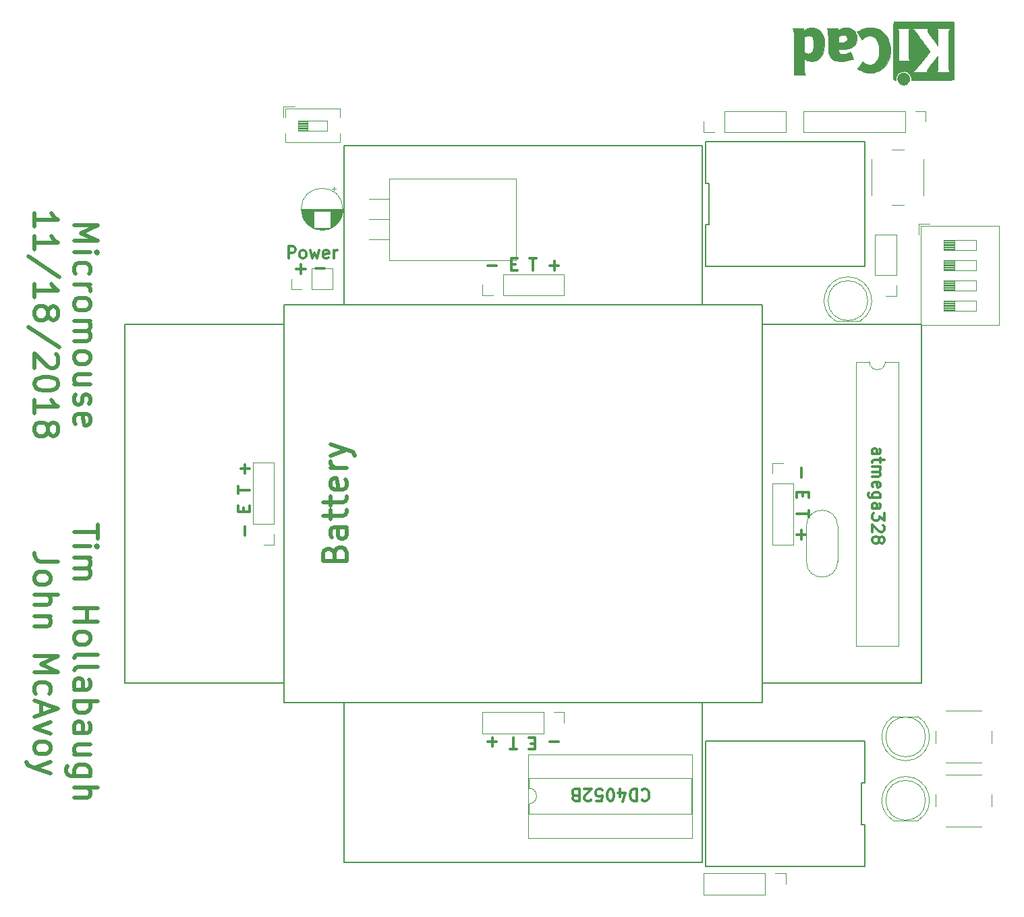
<source format=gbr>
G04 #@! TF.GenerationSoftware,KiCad,Pcbnew,5.0.0*
G04 #@! TF.CreationDate,2018-10-03T20:53:43-04:00*
G04 #@! TF.ProjectId,micromouse,6D6963726F6D6F7573652E6B69636164,rev?*
G04 #@! TF.SameCoordinates,PX8f0d180PY5f5e100*
G04 #@! TF.FileFunction,Legend,Top*
G04 #@! TF.FilePolarity,Positive*
%FSLAX46Y46*%
G04 Gerber Fmt 4.6, Leading zero omitted, Abs format (unit mm)*
G04 Created by KiCad (PCBNEW 5.0.0) date Wed Oct  3 20:53:43 2018*
%MOMM*%
%LPD*%
G01*
G04 APERTURE LIST*
%ADD10C,0.300000*%
%ADD11C,0.500000*%
%ADD12C,0.150000*%
%ADD13C,0.200000*%
%ADD14C,0.010000*%
%ADD15C,0.120000*%
G04 APERTURE END LIST*
D10*
X8451839Y-47518718D02*
X8523267Y-47447290D01*
X8737553Y-47375861D01*
X8880410Y-47375861D01*
X9094696Y-47447290D01*
X9237553Y-47590147D01*
X9308982Y-47733004D01*
X9380410Y-48018718D01*
X9380410Y-48233004D01*
X9308982Y-48518718D01*
X9237553Y-48661575D01*
X9094696Y-48804433D01*
X8880410Y-48875861D01*
X8737553Y-48875861D01*
X8523267Y-48804433D01*
X8451839Y-48733004D01*
X7808982Y-47375861D02*
X7808982Y-48875861D01*
X7451839Y-48875861D01*
X7237553Y-48804433D01*
X7094696Y-48661575D01*
X7023267Y-48518718D01*
X6951839Y-48233004D01*
X6951839Y-48018718D01*
X7023267Y-47733004D01*
X7094696Y-47590147D01*
X7237553Y-47447290D01*
X7451839Y-47375861D01*
X7808982Y-47375861D01*
X5666124Y-48375861D02*
X5666124Y-47375861D01*
X6023267Y-48947290D02*
X6380410Y-47875861D01*
X5451839Y-47875861D01*
X4594696Y-48875861D02*
X4451839Y-48875861D01*
X4308982Y-48804433D01*
X4237553Y-48733004D01*
X4166124Y-48590147D01*
X4094696Y-48304433D01*
X4094696Y-47947290D01*
X4166124Y-47661575D01*
X4237553Y-47518718D01*
X4308982Y-47447290D01*
X4451839Y-47375861D01*
X4594696Y-47375861D01*
X4737553Y-47447290D01*
X4808982Y-47518718D01*
X4880410Y-47661575D01*
X4951839Y-47947290D01*
X4951839Y-48304433D01*
X4880410Y-48590147D01*
X4808982Y-48733004D01*
X4737553Y-48804433D01*
X4594696Y-48875861D01*
X2737553Y-48875861D02*
X3451839Y-48875861D01*
X3523267Y-48161575D01*
X3451839Y-48233004D01*
X3308982Y-48304433D01*
X2951839Y-48304433D01*
X2808982Y-48233004D01*
X2737553Y-48161575D01*
X2666124Y-48018718D01*
X2666124Y-47661575D01*
X2737553Y-47518718D01*
X2808982Y-47447290D01*
X2951839Y-47375861D01*
X3308982Y-47375861D01*
X3451839Y-47447290D01*
X3523267Y-47518718D01*
X2094696Y-48733004D02*
X2023267Y-48804433D01*
X1880410Y-48875861D01*
X1523267Y-48875861D01*
X1380410Y-48804433D01*
X1308982Y-48733004D01*
X1237553Y-48590147D01*
X1237553Y-48447290D01*
X1308982Y-48233004D01*
X2166124Y-47375861D01*
X1237553Y-47375861D01*
X94696Y-48161575D02*
X-119590Y-48090147D01*
X-191018Y-48018718D01*
X-262447Y-47875861D01*
X-262447Y-47661575D01*
X-191018Y-47518718D01*
X-119590Y-47447290D01*
X23267Y-47375861D01*
X594696Y-47375861D01*
X594696Y-48875861D01*
X94696Y-48875861D01*
X-48161Y-48804433D01*
X-119590Y-48733004D01*
X-191018Y-48590147D01*
X-191018Y-48447290D01*
X-119590Y-48304433D01*
X-48161Y-48233004D01*
X94696Y-48161575D01*
X594696Y-48161575D01*
X37380411Y-5304433D02*
X38166125Y-5304433D01*
X38308983Y-5233004D01*
X38380411Y-5090147D01*
X38380411Y-4804433D01*
X38308983Y-4661575D01*
X37451840Y-5304433D02*
X37380411Y-5161575D01*
X37380411Y-4804433D01*
X37451840Y-4661575D01*
X37594697Y-4590147D01*
X37737554Y-4590147D01*
X37880411Y-4661575D01*
X37951840Y-4804433D01*
X37951840Y-5161575D01*
X38023268Y-5304433D01*
X38380411Y-5804433D02*
X38380411Y-6375861D01*
X38880411Y-6018718D02*
X37594697Y-6018718D01*
X37451840Y-6090147D01*
X37380411Y-6233004D01*
X37380411Y-6375861D01*
X37380411Y-6875861D02*
X38380411Y-6875861D01*
X38237554Y-6875861D02*
X38308983Y-6947290D01*
X38380411Y-7090147D01*
X38380411Y-7304433D01*
X38308983Y-7447290D01*
X38166125Y-7518718D01*
X37380411Y-7518718D01*
X38166125Y-7518718D02*
X38308983Y-7590147D01*
X38380411Y-7733004D01*
X38380411Y-7947290D01*
X38308983Y-8090147D01*
X38166125Y-8161575D01*
X37380411Y-8161575D01*
X37451840Y-9447290D02*
X37380411Y-9304433D01*
X37380411Y-9018718D01*
X37451840Y-8875861D01*
X37594697Y-8804433D01*
X38166125Y-8804433D01*
X38308983Y-8875861D01*
X38380411Y-9018718D01*
X38380411Y-9304433D01*
X38308983Y-9447290D01*
X38166125Y-9518718D01*
X38023268Y-9518718D01*
X37880411Y-8804433D01*
X38380411Y-10804433D02*
X37166125Y-10804433D01*
X37023268Y-10733004D01*
X36951840Y-10661575D01*
X36880411Y-10518718D01*
X36880411Y-10304433D01*
X36951840Y-10161575D01*
X37451840Y-10804433D02*
X37380411Y-10661575D01*
X37380411Y-10375861D01*
X37451840Y-10233004D01*
X37523268Y-10161575D01*
X37666125Y-10090147D01*
X38094697Y-10090147D01*
X38237554Y-10161575D01*
X38308983Y-10233004D01*
X38380411Y-10375861D01*
X38380411Y-10661575D01*
X38308983Y-10804433D01*
X37380411Y-12161575D02*
X38166125Y-12161575D01*
X38308983Y-12090147D01*
X38380411Y-11947290D01*
X38380411Y-11661575D01*
X38308983Y-11518718D01*
X37451840Y-12161575D02*
X37380411Y-12018718D01*
X37380411Y-11661575D01*
X37451840Y-11518718D01*
X37594697Y-11447290D01*
X37737554Y-11447290D01*
X37880411Y-11518718D01*
X37951840Y-11661575D01*
X37951840Y-12018718D01*
X38023268Y-12161575D01*
X38880411Y-12733004D02*
X38880411Y-13661575D01*
X38308983Y-13161575D01*
X38308983Y-13375861D01*
X38237554Y-13518718D01*
X38166125Y-13590147D01*
X38023268Y-13661575D01*
X37666125Y-13661575D01*
X37523268Y-13590147D01*
X37451840Y-13518718D01*
X37380411Y-13375861D01*
X37380411Y-12947290D01*
X37451840Y-12804433D01*
X37523268Y-12733004D01*
X38737554Y-14233004D02*
X38808983Y-14304433D01*
X38880411Y-14447290D01*
X38880411Y-14804433D01*
X38808983Y-14947290D01*
X38737554Y-15018718D01*
X38594697Y-15090147D01*
X38451840Y-15090147D01*
X38237554Y-15018718D01*
X37380411Y-14161575D01*
X37380411Y-15090147D01*
X38237554Y-15947290D02*
X38308983Y-15804433D01*
X38380411Y-15733004D01*
X38523268Y-15661575D01*
X38594697Y-15661575D01*
X38737554Y-15733004D01*
X38808983Y-15804433D01*
X38880411Y-15947290D01*
X38880411Y-16233004D01*
X38808983Y-16375861D01*
X38737554Y-16447290D01*
X38594697Y-16518718D01*
X38523268Y-16518718D01*
X38380411Y-16447290D01*
X38308983Y-16375861D01*
X38237554Y-16233004D01*
X38237554Y-15947290D01*
X38166125Y-15804433D01*
X38094697Y-15733004D01*
X37951840Y-15661575D01*
X37666125Y-15661575D01*
X37523268Y-15733004D01*
X37451840Y-15804433D01*
X37380411Y-15947290D01*
X37380411Y-16233004D01*
X37451840Y-16375861D01*
X37523268Y-16447290D01*
X37666125Y-16518718D01*
X37951840Y-16518718D01*
X38094697Y-16447290D01*
X38166125Y-16375861D01*
X38237554Y-16233004D01*
X28451840Y-7090146D02*
X28451840Y-8233003D01*
X28666125Y-10090146D02*
X28666125Y-10590146D01*
X27880411Y-10804432D02*
X27880411Y-10090146D01*
X29380411Y-10090146D01*
X29380411Y-10804432D01*
X29380411Y-12375860D02*
X29380411Y-13233003D01*
X27880411Y-12804432D02*
X29380411Y-12804432D01*
X28451840Y-14875860D02*
X28451840Y-16018717D01*
X27880411Y-15447289D02*
X29023268Y-15447289D01*
X-41333876Y-15518718D02*
X-41333876Y-14375861D01*
X-41548161Y-12518718D02*
X-41548161Y-12018718D01*
X-40762447Y-11804433D02*
X-40762447Y-12518718D01*
X-42262447Y-12518718D01*
X-42262447Y-11804433D01*
X-42262447Y-10233004D02*
X-42262447Y-9375861D01*
X-40762447Y-9804433D02*
X-42262447Y-9804433D01*
X-41333876Y-7733004D02*
X-41333876Y-6590147D01*
X-40762447Y-7161575D02*
X-41905304Y-7161575D01*
X-1976732Y-41447290D02*
X-3119589Y-41447290D01*
X-4976732Y-41661575D02*
X-5476732Y-41661575D01*
X-5691017Y-40875861D02*
X-4976732Y-40875861D01*
X-4976732Y-42375861D01*
X-5691017Y-42375861D01*
X-7262446Y-42375861D02*
X-8119589Y-42375861D01*
X-7691017Y-40875861D02*
X-7691017Y-42375861D01*
X-9762446Y-41447290D02*
X-10905303Y-41447290D01*
X-10333875Y-40875861D02*
X-10333875Y-42018718D01*
X-10905303Y18338425D02*
X-9762446Y18338425D01*
X-7905303Y18552710D02*
X-7405303Y18552710D01*
X-7191017Y17766996D02*
X-7905303Y17766996D01*
X-7905303Y19266996D01*
X-7191017Y19266996D01*
X-5619589Y19266996D02*
X-4762446Y19266996D01*
X-5191017Y17766996D02*
X-5191017Y19266996D01*
X-3119589Y18338425D02*
X-1976732Y18338425D01*
X-2548160Y17766996D02*
X-2548160Y18909853D01*
D11*
X-30155303Y-17768718D02*
X-30012446Y-17340147D01*
X-29869589Y-17197290D01*
X-29583875Y-17054433D01*
X-29155303Y-17054433D01*
X-28869589Y-17197290D01*
X-28726732Y-17340147D01*
X-28583875Y-17625861D01*
X-28583875Y-18768718D01*
X-31583875Y-18768718D01*
X-31583875Y-17768718D01*
X-31441017Y-17483004D01*
X-31298160Y-17340147D01*
X-31012446Y-17197290D01*
X-30726732Y-17197290D01*
X-30441017Y-17340147D01*
X-30298160Y-17483004D01*
X-30155303Y-17768718D01*
X-30155303Y-18768718D01*
X-28583875Y-14483004D02*
X-30155303Y-14483004D01*
X-30441017Y-14625861D01*
X-30583875Y-14911575D01*
X-30583875Y-15483004D01*
X-30441017Y-15768718D01*
X-28726732Y-14483004D02*
X-28583875Y-14768718D01*
X-28583875Y-15483004D01*
X-28726732Y-15768718D01*
X-29012446Y-15911575D01*
X-29298160Y-15911575D01*
X-29583875Y-15768718D01*
X-29726732Y-15483004D01*
X-29726732Y-14768718D01*
X-29869589Y-14483004D01*
X-30583875Y-13483004D02*
X-30583875Y-12340147D01*
X-31583875Y-13054433D02*
X-29012446Y-13054433D01*
X-28726732Y-12911575D01*
X-28583875Y-12625861D01*
X-28583875Y-12340147D01*
X-30583875Y-11768718D02*
X-30583875Y-10625861D01*
X-31583875Y-11340147D02*
X-29012446Y-11340147D01*
X-28726732Y-11197290D01*
X-28583875Y-10911575D01*
X-28583875Y-10625861D01*
X-28726732Y-8483004D02*
X-28583875Y-8768718D01*
X-28583875Y-9340147D01*
X-28726732Y-9625861D01*
X-29012446Y-9768718D01*
X-30155303Y-9768718D01*
X-30441017Y-9625861D01*
X-30583875Y-9340147D01*
X-30583875Y-8768718D01*
X-30441017Y-8483004D01*
X-30155303Y-8340147D01*
X-29869589Y-8340147D01*
X-29583875Y-9768718D01*
X-28583875Y-7054433D02*
X-30583875Y-7054433D01*
X-30012446Y-7054433D02*
X-30298160Y-6911575D01*
X-30441017Y-6768718D01*
X-30583875Y-6483004D01*
X-30583875Y-6197290D01*
X-30583875Y-5483004D02*
X-28583875Y-4768718D01*
X-30583875Y-4054433D02*
X-28583875Y-4768718D01*
X-27869589Y-5054433D01*
X-27726732Y-5197290D01*
X-27583875Y-5483004D01*
D10*
X-31369589Y18052711D02*
X-32512446Y18052711D01*
X-34333875Y17374140D02*
X-34333875Y18516997D01*
X-33762446Y17945568D02*
X-34905303Y17945568D01*
X-35905303Y19266996D02*
X-35905303Y20766996D01*
X-35333875Y20766996D01*
X-35191017Y20695567D01*
X-35119589Y20624139D01*
X-35048160Y20481282D01*
X-35048160Y20266996D01*
X-35119589Y20124139D01*
X-35191017Y20052710D01*
X-35333875Y19981282D01*
X-35905303Y19981282D01*
X-34191017Y19266996D02*
X-34333875Y19338425D01*
X-34405303Y19409853D01*
X-34476732Y19552710D01*
X-34476732Y19981282D01*
X-34405303Y20124139D01*
X-34333875Y20195567D01*
X-34191017Y20266996D01*
X-33976732Y20266996D01*
X-33833875Y20195567D01*
X-33762446Y20124139D01*
X-33691017Y19981282D01*
X-33691017Y19552710D01*
X-33762446Y19409853D01*
X-33833875Y19338425D01*
X-33976732Y19266996D01*
X-34191017Y19266996D01*
X-33191017Y20266996D02*
X-32905303Y19266996D01*
X-32619589Y19981282D01*
X-32333875Y19266996D01*
X-32048160Y20266996D01*
X-30905303Y19338425D02*
X-31048160Y19266996D01*
X-31333875Y19266996D01*
X-31476732Y19338425D01*
X-31548160Y19481282D01*
X-31548160Y20052710D01*
X-31476732Y20195567D01*
X-31333875Y20266996D01*
X-31048160Y20266996D01*
X-30905303Y20195567D01*
X-30833875Y20052710D01*
X-30833875Y19909853D01*
X-31548160Y19766996D01*
X-30191017Y19266996D02*
X-30191017Y20266996D01*
X-30191017Y19981282D02*
X-30119589Y20124139D01*
X-30048160Y20195567D01*
X-29905303Y20266996D01*
X-29762446Y20266996D01*
D11*
X-62798160Y23445567D02*
X-59798160Y23445567D01*
X-61941017Y22445567D01*
X-59798160Y21445567D01*
X-62798160Y21445567D01*
X-62798160Y20016996D02*
X-60798160Y20016996D01*
X-59798160Y20016996D02*
X-59941017Y20159853D01*
X-60083875Y20016996D01*
X-59941017Y19874139D01*
X-59798160Y20016996D01*
X-60083875Y20016996D01*
X-62655303Y17302710D02*
X-62798160Y17588425D01*
X-62798160Y18159853D01*
X-62655303Y18445567D01*
X-62512446Y18588425D01*
X-62226732Y18731282D01*
X-61369589Y18731282D01*
X-61083875Y18588425D01*
X-60941017Y18445567D01*
X-60798160Y18159853D01*
X-60798160Y17588425D01*
X-60941017Y17302710D01*
X-62798160Y16016996D02*
X-60798160Y16016996D01*
X-61369589Y16016996D02*
X-61083875Y15874139D01*
X-60941017Y15731282D01*
X-60798160Y15445567D01*
X-60798160Y15159853D01*
X-62798160Y13731282D02*
X-62655303Y14016996D01*
X-62512446Y14159853D01*
X-62226732Y14302710D01*
X-61369589Y14302710D01*
X-61083875Y14159853D01*
X-60941017Y14016996D01*
X-60798160Y13731282D01*
X-60798160Y13302710D01*
X-60941017Y13016996D01*
X-61083875Y12874139D01*
X-61369589Y12731282D01*
X-62226732Y12731282D01*
X-62512446Y12874139D01*
X-62655303Y13016996D01*
X-62798160Y13302710D01*
X-62798160Y13731282D01*
X-62798160Y11445567D02*
X-60798160Y11445567D01*
X-61083875Y11445567D02*
X-60941017Y11302710D01*
X-60798160Y11016996D01*
X-60798160Y10588425D01*
X-60941017Y10302710D01*
X-61226732Y10159853D01*
X-62798160Y10159853D01*
X-61226732Y10159853D02*
X-60941017Y10016996D01*
X-60798160Y9731282D01*
X-60798160Y9302710D01*
X-60941017Y9016996D01*
X-61226732Y8874139D01*
X-62798160Y8874139D01*
X-62798160Y7016996D02*
X-62655303Y7302710D01*
X-62512446Y7445567D01*
X-62226732Y7588425D01*
X-61369589Y7588425D01*
X-61083875Y7445567D01*
X-60941017Y7302710D01*
X-60798160Y7016996D01*
X-60798160Y6588425D01*
X-60941017Y6302710D01*
X-61083875Y6159853D01*
X-61369589Y6016996D01*
X-62226732Y6016996D01*
X-62512446Y6159853D01*
X-62655303Y6302710D01*
X-62798160Y6588425D01*
X-62798160Y7016996D01*
X-60798160Y3445567D02*
X-62798160Y3445567D01*
X-60798160Y4731282D02*
X-62369589Y4731282D01*
X-62655303Y4588425D01*
X-62798160Y4302710D01*
X-62798160Y3874139D01*
X-62655303Y3588425D01*
X-62512446Y3445567D01*
X-62655303Y2159853D02*
X-62798160Y1874139D01*
X-62798160Y1302710D01*
X-62655303Y1016996D01*
X-62369589Y874139D01*
X-62226732Y874139D01*
X-61941017Y1016996D01*
X-61798160Y1302710D01*
X-61798160Y1731282D01*
X-61655303Y2016996D01*
X-61369589Y2159853D01*
X-61226732Y2159853D01*
X-60941017Y2016996D01*
X-60798160Y1731282D01*
X-60798160Y1302710D01*
X-60941017Y1016996D01*
X-62655303Y-1554433D02*
X-62798160Y-1268718D01*
X-62798160Y-697290D01*
X-62655303Y-411575D01*
X-62369589Y-268718D01*
X-61226732Y-268718D01*
X-60941017Y-411575D01*
X-60798160Y-697290D01*
X-60798160Y-1268718D01*
X-60941017Y-1554433D01*
X-61226732Y-1697290D01*
X-61512446Y-1697290D01*
X-61798160Y-268718D01*
X-67798160Y23231282D02*
X-67798160Y24945567D01*
X-67798160Y24088425D02*
X-64798160Y24088425D01*
X-65226732Y24374139D01*
X-65512446Y24659853D01*
X-65655303Y24945567D01*
X-67798160Y20374139D02*
X-67798160Y22088425D01*
X-67798160Y21231282D02*
X-64798160Y21231282D01*
X-65226732Y21516996D01*
X-65512446Y21802710D01*
X-65655303Y22088425D01*
X-64655303Y16945567D02*
X-68512446Y19516996D01*
X-67798160Y14374139D02*
X-67798160Y16088425D01*
X-67798160Y15231282D02*
X-64798160Y15231282D01*
X-65226732Y15516996D01*
X-65512446Y15802710D01*
X-65655303Y16088425D01*
X-66083875Y12659853D02*
X-65941017Y12945567D01*
X-65798160Y13088425D01*
X-65512446Y13231282D01*
X-65369589Y13231282D01*
X-65083875Y13088425D01*
X-64941017Y12945567D01*
X-64798160Y12659853D01*
X-64798160Y12088425D01*
X-64941017Y11802710D01*
X-65083875Y11659853D01*
X-65369589Y11516996D01*
X-65512446Y11516996D01*
X-65798160Y11659853D01*
X-65941017Y11802710D01*
X-66083875Y12088425D01*
X-66083875Y12659853D01*
X-66226732Y12945567D01*
X-66369589Y13088425D01*
X-66655303Y13231282D01*
X-67226732Y13231282D01*
X-67512446Y13088425D01*
X-67655303Y12945567D01*
X-67798160Y12659853D01*
X-67798160Y12088425D01*
X-67655303Y11802710D01*
X-67512446Y11659853D01*
X-67226732Y11516996D01*
X-66655303Y11516996D01*
X-66369589Y11659853D01*
X-66226732Y11802710D01*
X-66083875Y12088425D01*
X-64655303Y8088425D02*
X-68512446Y10659853D01*
X-65083875Y7231282D02*
X-64941017Y7088425D01*
X-64798160Y6802710D01*
X-64798160Y6088425D01*
X-64941017Y5802710D01*
X-65083875Y5659853D01*
X-65369589Y5516996D01*
X-65655303Y5516996D01*
X-66083875Y5659853D01*
X-67798160Y7374139D01*
X-67798160Y5516996D01*
X-64798160Y3659853D02*
X-64798160Y3374139D01*
X-64941017Y3088425D01*
X-65083875Y2945567D01*
X-65369589Y2802710D01*
X-65941017Y2659853D01*
X-66655303Y2659853D01*
X-67226732Y2802710D01*
X-67512446Y2945567D01*
X-67655303Y3088425D01*
X-67798160Y3374139D01*
X-67798160Y3659853D01*
X-67655303Y3945567D01*
X-67512446Y4088425D01*
X-67226732Y4231282D01*
X-66655303Y4374139D01*
X-65941017Y4374139D01*
X-65369589Y4231282D01*
X-65083875Y4088425D01*
X-64941017Y3945567D01*
X-64798160Y3659853D01*
X-67798160Y-197290D02*
X-67798160Y1516996D01*
X-67798160Y659853D02*
X-64798160Y659853D01*
X-65226732Y945567D01*
X-65512446Y1231282D01*
X-65655303Y1516996D01*
X-66083875Y-1911575D02*
X-65941017Y-1625861D01*
X-65798160Y-1483004D01*
X-65512446Y-1340147D01*
X-65369589Y-1340147D01*
X-65083875Y-1483004D01*
X-64941017Y-1625861D01*
X-64798160Y-1911575D01*
X-64798160Y-2483004D01*
X-64941017Y-2768718D01*
X-65083875Y-2911575D01*
X-65369589Y-3054433D01*
X-65512446Y-3054433D01*
X-65798160Y-2911575D01*
X-65941017Y-2768718D01*
X-66083875Y-2483004D01*
X-66083875Y-1911575D01*
X-66226732Y-1625861D01*
X-66369589Y-1483004D01*
X-66655303Y-1340147D01*
X-67226732Y-1340147D01*
X-67512446Y-1483004D01*
X-67655303Y-1625861D01*
X-67798160Y-1911575D01*
X-67798160Y-2483004D01*
X-67655303Y-2768718D01*
X-67512446Y-2911575D01*
X-67226732Y-3054433D01*
X-66655303Y-3054433D01*
X-66369589Y-2911575D01*
X-66226732Y-2768718D01*
X-66083875Y-2483004D01*
X-59798160Y-14197290D02*
X-59798160Y-15911575D01*
X-62798160Y-15054433D02*
X-59798160Y-15054433D01*
X-62798160Y-16911575D02*
X-60798160Y-16911575D01*
X-59798160Y-16911575D02*
X-59941017Y-16768718D01*
X-60083875Y-16911575D01*
X-59941017Y-17054433D01*
X-59798160Y-16911575D01*
X-60083875Y-16911575D01*
X-62798160Y-18340147D02*
X-60798160Y-18340147D01*
X-61083875Y-18340147D02*
X-60941017Y-18483004D01*
X-60798160Y-18768718D01*
X-60798160Y-19197290D01*
X-60941017Y-19483004D01*
X-61226732Y-19625861D01*
X-62798160Y-19625861D01*
X-61226732Y-19625861D02*
X-60941017Y-19768718D01*
X-60798160Y-20054433D01*
X-60798160Y-20483004D01*
X-60941017Y-20768718D01*
X-61226732Y-20911575D01*
X-62798160Y-20911575D01*
X-62798160Y-24625861D02*
X-59798160Y-24625861D01*
X-61226732Y-24625861D02*
X-61226732Y-26340147D01*
X-62798160Y-26340147D02*
X-59798160Y-26340147D01*
X-62798160Y-28197290D02*
X-62655303Y-27911575D01*
X-62512446Y-27768718D01*
X-62226732Y-27625861D01*
X-61369589Y-27625861D01*
X-61083875Y-27768718D01*
X-60941017Y-27911575D01*
X-60798160Y-28197290D01*
X-60798160Y-28625861D01*
X-60941017Y-28911575D01*
X-61083875Y-29054433D01*
X-61369589Y-29197290D01*
X-62226732Y-29197290D01*
X-62512446Y-29054433D01*
X-62655303Y-28911575D01*
X-62798160Y-28625861D01*
X-62798160Y-28197290D01*
X-62798160Y-30911575D02*
X-62655303Y-30625861D01*
X-62369589Y-30483004D01*
X-59798160Y-30483004D01*
X-62798160Y-32483004D02*
X-62655303Y-32197290D01*
X-62369589Y-32054433D01*
X-59798160Y-32054433D01*
X-62798160Y-34911575D02*
X-61226732Y-34911575D01*
X-60941017Y-34768718D01*
X-60798160Y-34483004D01*
X-60798160Y-33911575D01*
X-60941017Y-33625861D01*
X-62655303Y-34911575D02*
X-62798160Y-34625861D01*
X-62798160Y-33911575D01*
X-62655303Y-33625861D01*
X-62369589Y-33483004D01*
X-62083875Y-33483004D01*
X-61798160Y-33625861D01*
X-61655303Y-33911575D01*
X-61655303Y-34625861D01*
X-61512446Y-34911575D01*
X-62798160Y-36340147D02*
X-59798160Y-36340147D01*
X-60941017Y-36340147D02*
X-60798160Y-36625861D01*
X-60798160Y-37197290D01*
X-60941017Y-37483004D01*
X-61083875Y-37625861D01*
X-61369589Y-37768718D01*
X-62226732Y-37768718D01*
X-62512446Y-37625861D01*
X-62655303Y-37483004D01*
X-62798160Y-37197290D01*
X-62798160Y-36625861D01*
X-62655303Y-36340147D01*
X-62798160Y-40340147D02*
X-61226732Y-40340147D01*
X-60941017Y-40197290D01*
X-60798160Y-39911575D01*
X-60798160Y-39340147D01*
X-60941017Y-39054433D01*
X-62655303Y-40340147D02*
X-62798160Y-40054433D01*
X-62798160Y-39340147D01*
X-62655303Y-39054433D01*
X-62369589Y-38911575D01*
X-62083875Y-38911575D01*
X-61798160Y-39054433D01*
X-61655303Y-39340147D01*
X-61655303Y-40054433D01*
X-61512446Y-40340147D01*
X-60798160Y-43054433D02*
X-62798160Y-43054433D01*
X-60798160Y-41768718D02*
X-62369589Y-41768718D01*
X-62655303Y-41911575D01*
X-62798160Y-42197290D01*
X-62798160Y-42625861D01*
X-62655303Y-42911575D01*
X-62512446Y-43054433D01*
X-60798160Y-45768718D02*
X-63226732Y-45768718D01*
X-63512446Y-45625861D01*
X-63655303Y-45483004D01*
X-63798160Y-45197290D01*
X-63798160Y-44768718D01*
X-63655303Y-44483004D01*
X-62655303Y-45768718D02*
X-62798160Y-45483004D01*
X-62798160Y-44911575D01*
X-62655303Y-44625861D01*
X-62512446Y-44483004D01*
X-62226732Y-44340147D01*
X-61369589Y-44340147D01*
X-61083875Y-44483004D01*
X-60941017Y-44625861D01*
X-60798160Y-44911575D01*
X-60798160Y-45483004D01*
X-60941017Y-45768718D01*
X-62798160Y-47197290D02*
X-59798160Y-47197290D01*
X-62798160Y-48483004D02*
X-61226732Y-48483004D01*
X-60941017Y-48340147D01*
X-60798160Y-48054433D01*
X-60798160Y-47625861D01*
X-60941017Y-47340147D01*
X-61083875Y-47197290D01*
X-64798160Y-18840147D02*
X-66941017Y-18840147D01*
X-67369589Y-18697290D01*
X-67655303Y-18411575D01*
X-67798160Y-17983004D01*
X-67798160Y-17697290D01*
X-67798160Y-20697290D02*
X-67655303Y-20411575D01*
X-67512446Y-20268718D01*
X-67226732Y-20125861D01*
X-66369589Y-20125861D01*
X-66083875Y-20268718D01*
X-65941017Y-20411575D01*
X-65798160Y-20697290D01*
X-65798160Y-21125861D01*
X-65941017Y-21411575D01*
X-66083875Y-21554433D01*
X-66369589Y-21697290D01*
X-67226732Y-21697290D01*
X-67512446Y-21554433D01*
X-67655303Y-21411575D01*
X-67798160Y-21125861D01*
X-67798160Y-20697290D01*
X-67798160Y-22983004D02*
X-64798160Y-22983004D01*
X-67798160Y-24268718D02*
X-66226732Y-24268718D01*
X-65941017Y-24125861D01*
X-65798160Y-23840147D01*
X-65798160Y-23411575D01*
X-65941017Y-23125861D01*
X-66083875Y-22983004D01*
X-65798160Y-25697290D02*
X-67798160Y-25697290D01*
X-66083875Y-25697290D02*
X-65941017Y-25840147D01*
X-65798160Y-26125861D01*
X-65798160Y-26554433D01*
X-65941017Y-26840147D01*
X-66226732Y-26983004D01*
X-67798160Y-26983004D01*
X-67798160Y-30697290D02*
X-64798160Y-30697290D01*
X-66941017Y-31697290D01*
X-64798160Y-32697290D01*
X-67798160Y-32697290D01*
X-67655303Y-35411575D02*
X-67798160Y-35125861D01*
X-67798160Y-34554433D01*
X-67655303Y-34268718D01*
X-67512446Y-34125861D01*
X-67226732Y-33983004D01*
X-66369589Y-33983004D01*
X-66083875Y-34125861D01*
X-65941017Y-34268718D01*
X-65798160Y-34554433D01*
X-65798160Y-35125861D01*
X-65941017Y-35411575D01*
X-66941017Y-36554433D02*
X-66941017Y-37983004D01*
X-67798160Y-36268718D02*
X-64798160Y-37268718D01*
X-67798160Y-38268718D01*
X-65798160Y-38983004D02*
X-67798160Y-39697290D01*
X-65798160Y-40411575D01*
X-67798160Y-41983004D02*
X-67655303Y-41697290D01*
X-67512446Y-41554433D01*
X-67226732Y-41411575D01*
X-66369589Y-41411575D01*
X-66083875Y-41554433D01*
X-65941017Y-41697290D01*
X-65798160Y-41983004D01*
X-65798160Y-42411575D01*
X-65941017Y-42697290D01*
X-66083875Y-42840147D01*
X-66369589Y-42983004D01*
X-67226732Y-42983004D01*
X-67512446Y-42840147D01*
X-67655303Y-42697290D01*
X-67798160Y-42411575D01*
X-67798160Y-41983004D01*
X-65798160Y-43983004D02*
X-67798160Y-44697290D01*
X-65798160Y-45411575D02*
X-67798160Y-44697290D01*
X-68512446Y-44411575D01*
X-68655303Y-44268718D01*
X-68798160Y-43983004D01*
D12*
X43558983Y10945567D02*
X23558983Y10945567D01*
X43558983Y-34054433D02*
X43558983Y10945567D01*
X23558983Y-34054433D02*
X43558983Y-34054433D01*
D13*
X-56441017Y10945568D02*
X-36441017Y10945568D01*
X-56441017Y-34054433D02*
X-56441017Y10945568D01*
X-36441018Y-34054433D02*
X-56441017Y-34054433D01*
X16058983Y-56554433D02*
X16058982Y-36554433D01*
X-28941017Y-56554433D02*
X16058983Y-56554433D01*
X-28941017Y-36554433D02*
X-28941017Y-56554433D01*
X16058983Y33445567D02*
X16058983Y13445568D01*
X-28941017Y33445568D02*
X16058983Y33445567D01*
X-28941017Y13445567D02*
X-28941017Y33445568D01*
X23558983Y-36554433D02*
X-36441018Y-36554433D01*
X23558983Y13445567D02*
X23558983Y-36554433D01*
X-36441018Y13445567D02*
X23558983Y13445567D01*
X-36441018Y-36554433D02*
X-36441018Y13445567D01*
D14*
G04 #@! TO.C,REF\002A\002A*
G36*
X41102318Y41083933D02*
X40966071Y41131172D01*
X40839221Y41205527D01*
X40725933Y41306987D01*
X40630372Y41435543D01*
X40587446Y41516572D01*
X40550295Y41629908D01*
X40532288Y41760751D01*
X40534283Y41895265D01*
X40556423Y42017158D01*
X40616936Y42166107D01*
X40704686Y42295309D01*
X40815212Y42402223D01*
X40944054Y42484306D01*
X41086753Y42539016D01*
X41238849Y42563810D01*
X41395881Y42556147D01*
X41473286Y42539772D01*
X41624141Y42481089D01*
X41758125Y42391543D01*
X41872006Y42273893D01*
X41962552Y42130902D01*
X41970212Y42115286D01*
X41996694Y42056686D01*
X42013322Y42007334D01*
X42022350Y41955270D01*
X42026032Y41888539D01*
X42026643Y41815929D01*
X42025633Y41728691D01*
X42021072Y41665624D01*
X42010666Y41614636D01*
X41992121Y41563633D01*
X41969230Y41513313D01*
X41883846Y41370470D01*
X41778699Y41254810D01*
X41657955Y41166325D01*
X41525779Y41105005D01*
X41386337Y41070839D01*
X41243795Y41063818D01*
X41102318Y41083933D01*
X41102318Y41083933D01*
G37*
X41102318Y41083933D02*
X40966071Y41131172D01*
X40839221Y41205527D01*
X40725933Y41306987D01*
X40630372Y41435543D01*
X40587446Y41516572D01*
X40550295Y41629908D01*
X40532288Y41760751D01*
X40534283Y41895265D01*
X40556423Y42017158D01*
X40616936Y42166107D01*
X40704686Y42295309D01*
X40815212Y42402223D01*
X40944054Y42484306D01*
X41086753Y42539016D01*
X41238849Y42563810D01*
X41395881Y42556147D01*
X41473286Y42539772D01*
X41624141Y42481089D01*
X41758125Y42391543D01*
X41872006Y42273893D01*
X41962552Y42130902D01*
X41970212Y42115286D01*
X41996694Y42056686D01*
X42013322Y42007334D01*
X42022350Y41955270D01*
X42026032Y41888539D01*
X42026643Y41815929D01*
X42025633Y41728691D01*
X42021072Y41665624D01*
X42010666Y41614636D01*
X41992121Y41563633D01*
X41969230Y41513313D01*
X41883846Y41370470D01*
X41778699Y41254810D01*
X41657955Y41166325D01*
X41525779Y41105005D01*
X41386337Y41070839D01*
X41243795Y41063818D01*
X41102318Y41083933D01*
G36*
X28458429Y42300089D02*
X28304124Y42300723D01*
X28251679Y42301042D01*
X27530500Y42305786D01*
X27521429Y45072572D01*
X27520231Y45447756D01*
X27519168Y45788417D01*
X27518173Y46096318D01*
X27517177Y46373221D01*
X27516112Y46620888D01*
X27514909Y46841081D01*
X27513501Y47035562D01*
X27511818Y47206094D01*
X27509794Y47354440D01*
X27507359Y47482361D01*
X27504446Y47591620D01*
X27500985Y47683979D01*
X27496910Y47761200D01*
X27492151Y47825046D01*
X27486640Y47877278D01*
X27480309Y47919660D01*
X27473090Y47953953D01*
X27464915Y47981920D01*
X27455715Y48005324D01*
X27445423Y48025925D01*
X27433969Y48045487D01*
X27421285Y48065772D01*
X27407305Y48088543D01*
X27404439Y48093393D01*
X27356360Y48175433D01*
X28746072Y48165929D01*
X28755143Y48013295D01*
X28760082Y47940045D01*
X28765229Y47897696D01*
X28772214Y47880892D01*
X28782663Y47884277D01*
X28791429Y47893960D01*
X28829612Y47929229D01*
X28891845Y47974563D01*
X28969359Y48024546D01*
X29053387Y48073761D01*
X29135161Y48116791D01*
X29197948Y48145101D01*
X29345046Y48191624D01*
X29513820Y48224579D01*
X29691809Y48242707D01*
X29866553Y48244750D01*
X30025593Y48229447D01*
X30028212Y48229009D01*
X30245832Y48174402D01*
X30449545Y48087401D01*
X30637387Y47969876D01*
X30807393Y47823697D01*
X30957598Y47650734D01*
X31086036Y47452857D01*
X31190743Y47231936D01*
X31247754Y47068286D01*
X31285349Y46931375D01*
X31313229Y46798798D01*
X31332247Y46662502D01*
X31343255Y46514433D01*
X31347105Y46346537D01*
X31345400Y46209440D01*
X30006641Y46209440D01*
X30000306Y46439329D01*
X29980321Y46637111D01*
X29946073Y46804539D01*
X29896945Y46943369D01*
X29832324Y47055358D01*
X29751595Y47142259D01*
X29658409Y47203692D01*
X29609920Y47226626D01*
X29567866Y47240375D01*
X29520980Y47246666D01*
X29457996Y47247222D01*
X29390143Y47244773D01*
X29256705Y47233004D01*
X29151168Y47209955D01*
X29118000Y47198410D01*
X29042265Y47164311D01*
X28962386Y47121491D01*
X28927500Y47100057D01*
X28836786Y47040556D01*
X28836786Y45154584D01*
X28936572Y45094771D01*
X29075733Y45027185D01*
X29217913Y44987214D01*
X29357910Y44974622D01*
X29490526Y44989173D01*
X29610560Y45030632D01*
X29712812Y45098763D01*
X29745805Y45131466D01*
X29825333Y45238619D01*
X29889701Y45368327D01*
X29939447Y45522814D01*
X29975109Y45704302D01*
X29997225Y45915015D01*
X30006333Y46157175D01*
X30006641Y46209440D01*
X31345400Y46209440D01*
X31344690Y46152374D01*
X31329395Y45853713D01*
X31298642Y45584325D01*
X31251619Y45340285D01*
X31187518Y45117670D01*
X31105528Y44912556D01*
X31076270Y44851746D01*
X30958419Y44653440D01*
X30816004Y44477212D01*
X30652371Y44325908D01*
X30470869Y44202371D01*
X30274847Y44109447D01*
X30157345Y44071115D01*
X30041946Y44048359D01*
X29903093Y44034820D01*
X29752426Y44030492D01*
X29601587Y44035368D01*
X29462215Y44049444D01*
X29350309Y44071525D01*
X29217116Y44114828D01*
X29088021Y44170511D01*
X28975072Y44232936D01*
X28914957Y44275303D01*
X28873490Y44306807D01*
X28844455Y44325990D01*
X28837850Y44328714D01*
X28835802Y44311163D01*
X28833893Y44260875D01*
X28832164Y44181400D01*
X28830659Y44076286D01*
X28829419Y43949083D01*
X28828487Y43803339D01*
X28827905Y43642603D01*
X28827714Y43478884D01*
X28827821Y43269188D01*
X28828342Y43092396D01*
X28829584Y42945126D01*
X28831852Y42823997D01*
X28835450Y42725627D01*
X28840683Y42646634D01*
X28847856Y42583638D01*
X28857274Y42533255D01*
X28869242Y42492105D01*
X28884065Y42456806D01*
X28902048Y42423977D01*
X28923495Y42390235D01*
X28926255Y42386057D01*
X28953917Y42342356D01*
X28970618Y42312305D01*
X28972857Y42305967D01*
X28955357Y42303967D01*
X28905426Y42302340D01*
X28826915Y42301112D01*
X28723677Y42300311D01*
X28599564Y42299961D01*
X28458429Y42300089D01*
X28458429Y42300089D01*
G37*
X28458429Y42300089D02*
X28304124Y42300723D01*
X28251679Y42301042D01*
X27530500Y42305786D01*
X27521429Y45072572D01*
X27520231Y45447756D01*
X27519168Y45788417D01*
X27518173Y46096318D01*
X27517177Y46373221D01*
X27516112Y46620888D01*
X27514909Y46841081D01*
X27513501Y47035562D01*
X27511818Y47206094D01*
X27509794Y47354440D01*
X27507359Y47482361D01*
X27504446Y47591620D01*
X27500985Y47683979D01*
X27496910Y47761200D01*
X27492151Y47825046D01*
X27486640Y47877278D01*
X27480309Y47919660D01*
X27473090Y47953953D01*
X27464915Y47981920D01*
X27455715Y48005324D01*
X27445423Y48025925D01*
X27433969Y48045487D01*
X27421285Y48065772D01*
X27407305Y48088543D01*
X27404439Y48093393D01*
X27356360Y48175433D01*
X28746072Y48165929D01*
X28755143Y48013295D01*
X28760082Y47940045D01*
X28765229Y47897696D01*
X28772214Y47880892D01*
X28782663Y47884277D01*
X28791429Y47893960D01*
X28829612Y47929229D01*
X28891845Y47974563D01*
X28969359Y48024546D01*
X29053387Y48073761D01*
X29135161Y48116791D01*
X29197948Y48145101D01*
X29345046Y48191624D01*
X29513820Y48224579D01*
X29691809Y48242707D01*
X29866553Y48244750D01*
X30025593Y48229447D01*
X30028212Y48229009D01*
X30245832Y48174402D01*
X30449545Y48087401D01*
X30637387Y47969876D01*
X30807393Y47823697D01*
X30957598Y47650734D01*
X31086036Y47452857D01*
X31190743Y47231936D01*
X31247754Y47068286D01*
X31285349Y46931375D01*
X31313229Y46798798D01*
X31332247Y46662502D01*
X31343255Y46514433D01*
X31347105Y46346537D01*
X31345400Y46209440D01*
X30006641Y46209440D01*
X30000306Y46439329D01*
X29980321Y46637111D01*
X29946073Y46804539D01*
X29896945Y46943369D01*
X29832324Y47055358D01*
X29751595Y47142259D01*
X29658409Y47203692D01*
X29609920Y47226626D01*
X29567866Y47240375D01*
X29520980Y47246666D01*
X29457996Y47247222D01*
X29390143Y47244773D01*
X29256705Y47233004D01*
X29151168Y47209955D01*
X29118000Y47198410D01*
X29042265Y47164311D01*
X28962386Y47121491D01*
X28927500Y47100057D01*
X28836786Y47040556D01*
X28836786Y45154584D01*
X28936572Y45094771D01*
X29075733Y45027185D01*
X29217913Y44987214D01*
X29357910Y44974622D01*
X29490526Y44989173D01*
X29610560Y45030632D01*
X29712812Y45098763D01*
X29745805Y45131466D01*
X29825333Y45238619D01*
X29889701Y45368327D01*
X29939447Y45522814D01*
X29975109Y45704302D01*
X29997225Y45915015D01*
X30006333Y46157175D01*
X30006641Y46209440D01*
X31345400Y46209440D01*
X31344690Y46152374D01*
X31329395Y45853713D01*
X31298642Y45584325D01*
X31251619Y45340285D01*
X31187518Y45117670D01*
X31105528Y44912556D01*
X31076270Y44851746D01*
X30958419Y44653440D01*
X30816004Y44477212D01*
X30652371Y44325908D01*
X30470869Y44202371D01*
X30274847Y44109447D01*
X30157345Y44071115D01*
X30041946Y44048359D01*
X29903093Y44034820D01*
X29752426Y44030492D01*
X29601587Y44035368D01*
X29462215Y44049444D01*
X29350309Y44071525D01*
X29217116Y44114828D01*
X29088021Y44170511D01*
X28975072Y44232936D01*
X28914957Y44275303D01*
X28873490Y44306807D01*
X28844455Y44325990D01*
X28837850Y44328714D01*
X28835802Y44311163D01*
X28833893Y44260875D01*
X28832164Y44181400D01*
X28830659Y44076286D01*
X28829419Y43949083D01*
X28828487Y43803339D01*
X28827905Y43642603D01*
X28827714Y43478884D01*
X28827821Y43269188D01*
X28828342Y43092396D01*
X28829584Y42945126D01*
X28831852Y42823997D01*
X28835450Y42725627D01*
X28840683Y42646634D01*
X28847856Y42583638D01*
X28857274Y42533255D01*
X28869242Y42492105D01*
X28884065Y42456806D01*
X28902048Y42423977D01*
X28923495Y42390235D01*
X28926255Y42386057D01*
X28953917Y42342356D01*
X28970618Y42312305D01*
X28972857Y42305967D01*
X28955357Y42303967D01*
X28905426Y42302340D01*
X28826915Y42301112D01*
X28723677Y42300311D01*
X28599564Y42299961D01*
X28458429Y42300089D01*
G36*
X33314368Y44027730D02*
X33224477Y44034535D01*
X32967285Y44068753D01*
X32739515Y44123331D01*
X32540057Y44199020D01*
X32367803Y44296570D01*
X32221641Y44416732D01*
X32100464Y44560258D01*
X32003161Y44727898D01*
X31932109Y44909286D01*
X31914073Y44967146D01*
X31898368Y45021329D01*
X31884808Y45074752D01*
X31873208Y45130333D01*
X31863383Y45190988D01*
X31855147Y45259635D01*
X31848316Y45339190D01*
X31842705Y45432572D01*
X31838128Y45542696D01*
X31834400Y45672481D01*
X31831335Y45824842D01*
X31828750Y46002698D01*
X31826458Y46208965D01*
X31824275Y46446561D01*
X31822714Y46632857D01*
X31812215Y47911929D01*
X31744179Y48035018D01*
X31711962Y48094317D01*
X31687988Y48140377D01*
X31676550Y48164893D01*
X31676143Y48166553D01*
X31693625Y48168454D01*
X31743426Y48170205D01*
X31821579Y48171758D01*
X31924118Y48173062D01*
X32047078Y48174070D01*
X32186490Y48174731D01*
X32338389Y48174997D01*
X32356500Y48175000D01*
X33036857Y48175000D01*
X33036857Y48020786D01*
X33038018Y47951094D01*
X33041113Y47897794D01*
X33045568Y47869217D01*
X33047537Y47866572D01*
X33065545Y47877653D01*
X33102607Y47906736D01*
X33150778Y47947579D01*
X33151859Y47948524D01*
X33239765Y48013971D01*
X33350783Y48079688D01*
X33472369Y48139219D01*
X33591979Y48186109D01*
X33644643Y48202133D01*
X33749449Y48222485D01*
X33878050Y48235472D01*
X34018675Y48240909D01*
X34159552Y48238611D01*
X34288907Y48228392D01*
X34379429Y48213689D01*
X34601420Y48148499D01*
X34801271Y48055594D01*
X34977681Y47936126D01*
X35129350Y47791247D01*
X35254976Y47622110D01*
X35353259Y47429867D01*
X35395659Y47313214D01*
X35422232Y47199833D01*
X35439842Y47063722D01*
X35447990Y46917437D01*
X35447722Y46896151D01*
X34220679Y46896151D01*
X34210504Y47004850D01*
X34176622Y47095185D01*
X34114000Y47178995D01*
X34089948Y47203571D01*
X34004449Y47270011D01*
X33905627Y47312574D01*
X33787232Y47333177D01*
X33662555Y47334694D01*
X33544302Y47324677D01*
X33453761Y47305085D01*
X33414440Y47290370D01*
X33343568Y47250265D01*
X33268475Y47193863D01*
X33199962Y47130561D01*
X33148828Y47069755D01*
X33135250Y47047449D01*
X33124695Y47016212D01*
X33117190Y46966507D01*
X33112387Y46893587D01*
X33109935Y46792703D01*
X33109429Y46696689D01*
X33109772Y46584750D01*
X33111157Y46503809D01*
X33114119Y46448585D01*
X33119192Y46413794D01*
X33126910Y46394154D01*
X33137808Y46384380D01*
X33141179Y46382824D01*
X33170471Y46378029D01*
X33228244Y46374108D01*
X33306696Y46371414D01*
X33398026Y46370299D01*
X33417857Y46370298D01*
X33539937Y46372246D01*
X33634251Y46378041D01*
X33709193Y46388475D01*
X33771097Y46403714D01*
X33924651Y46461784D01*
X34045068Y46533179D01*
X34133390Y46619039D01*
X34190661Y46720507D01*
X34217922Y46838725D01*
X34220679Y46896151D01*
X35447722Y46896151D01*
X35446177Y46773533D01*
X35433904Y46644565D01*
X35424330Y46592460D01*
X35363199Y46398997D01*
X35270243Y46220993D01*
X35147217Y46060155D01*
X34995876Y45918190D01*
X34817975Y45796806D01*
X34615268Y45697709D01*
X34442929Y45637533D01*
X34327747Y45605919D01*
X34217577Y45581354D01*
X34105281Y45563039D01*
X33983725Y45550178D01*
X33845771Y45541972D01*
X33684285Y45537624D01*
X33538285Y45536400D01*
X33105355Y45535215D01*
X33113649Y45405080D01*
X33137199Y45263883D01*
X33187297Y45142518D01*
X33261809Y45044017D01*
X33358601Y44971409D01*
X33443829Y44935979D01*
X33565944Y44913650D01*
X33711317Y44910443D01*
X33873133Y44925177D01*
X34044578Y44956670D01*
X34218837Y45003740D01*
X34389096Y45065203D01*
X34512824Y45121417D01*
X34572353Y45150283D01*
X34617758Y45170443D01*
X34640850Y45178310D01*
X34642103Y45178058D01*
X34650071Y45160437D01*
X34669969Y45113733D01*
X34699923Y45042418D01*
X34738061Y44950969D01*
X34782512Y44843859D01*
X34827695Y44734549D01*
X35008333Y44296740D01*
X34879845Y44275636D01*
X34824154Y44265047D01*
X34740436Y44247263D01*
X34635861Y44223898D01*
X34517601Y44196565D01*
X34392828Y44166881D01*
X34343143Y44154818D01*
X34128193Y44104962D01*
X33940005Y44067584D01*
X33771554Y44041927D01*
X33615814Y44027235D01*
X33465760Y44022755D01*
X33314368Y44027730D01*
X33314368Y44027730D01*
G37*
X33314368Y44027730D02*
X33224477Y44034535D01*
X32967285Y44068753D01*
X32739515Y44123331D01*
X32540057Y44199020D01*
X32367803Y44296570D01*
X32221641Y44416732D01*
X32100464Y44560258D01*
X32003161Y44727898D01*
X31932109Y44909286D01*
X31914073Y44967146D01*
X31898368Y45021329D01*
X31884808Y45074752D01*
X31873208Y45130333D01*
X31863383Y45190988D01*
X31855147Y45259635D01*
X31848316Y45339190D01*
X31842705Y45432572D01*
X31838128Y45542696D01*
X31834400Y45672481D01*
X31831335Y45824842D01*
X31828750Y46002698D01*
X31826458Y46208965D01*
X31824275Y46446561D01*
X31822714Y46632857D01*
X31812215Y47911929D01*
X31744179Y48035018D01*
X31711962Y48094317D01*
X31687988Y48140377D01*
X31676550Y48164893D01*
X31676143Y48166553D01*
X31693625Y48168454D01*
X31743426Y48170205D01*
X31821579Y48171758D01*
X31924118Y48173062D01*
X32047078Y48174070D01*
X32186490Y48174731D01*
X32338389Y48174997D01*
X32356500Y48175000D01*
X33036857Y48175000D01*
X33036857Y48020786D01*
X33038018Y47951094D01*
X33041113Y47897794D01*
X33045568Y47869217D01*
X33047537Y47866572D01*
X33065545Y47877653D01*
X33102607Y47906736D01*
X33150778Y47947579D01*
X33151859Y47948524D01*
X33239765Y48013971D01*
X33350783Y48079688D01*
X33472369Y48139219D01*
X33591979Y48186109D01*
X33644643Y48202133D01*
X33749449Y48222485D01*
X33878050Y48235472D01*
X34018675Y48240909D01*
X34159552Y48238611D01*
X34288907Y48228392D01*
X34379429Y48213689D01*
X34601420Y48148499D01*
X34801271Y48055594D01*
X34977681Y47936126D01*
X35129350Y47791247D01*
X35254976Y47622110D01*
X35353259Y47429867D01*
X35395659Y47313214D01*
X35422232Y47199833D01*
X35439842Y47063722D01*
X35447990Y46917437D01*
X35447722Y46896151D01*
X34220679Y46896151D01*
X34210504Y47004850D01*
X34176622Y47095185D01*
X34114000Y47178995D01*
X34089948Y47203571D01*
X34004449Y47270011D01*
X33905627Y47312574D01*
X33787232Y47333177D01*
X33662555Y47334694D01*
X33544302Y47324677D01*
X33453761Y47305085D01*
X33414440Y47290370D01*
X33343568Y47250265D01*
X33268475Y47193863D01*
X33199962Y47130561D01*
X33148828Y47069755D01*
X33135250Y47047449D01*
X33124695Y47016212D01*
X33117190Y46966507D01*
X33112387Y46893587D01*
X33109935Y46792703D01*
X33109429Y46696689D01*
X33109772Y46584750D01*
X33111157Y46503809D01*
X33114119Y46448585D01*
X33119192Y46413794D01*
X33126910Y46394154D01*
X33137808Y46384380D01*
X33141179Y46382824D01*
X33170471Y46378029D01*
X33228244Y46374108D01*
X33306696Y46371414D01*
X33398026Y46370299D01*
X33417857Y46370298D01*
X33539937Y46372246D01*
X33634251Y46378041D01*
X33709193Y46388475D01*
X33771097Y46403714D01*
X33924651Y46461784D01*
X34045068Y46533179D01*
X34133390Y46619039D01*
X34190661Y46720507D01*
X34217922Y46838725D01*
X34220679Y46896151D01*
X35447722Y46896151D01*
X35446177Y46773533D01*
X35433904Y46644565D01*
X35424330Y46592460D01*
X35363199Y46398997D01*
X35270243Y46220993D01*
X35147217Y46060155D01*
X34995876Y45918190D01*
X34817975Y45796806D01*
X34615268Y45697709D01*
X34442929Y45637533D01*
X34327747Y45605919D01*
X34217577Y45581354D01*
X34105281Y45563039D01*
X33983725Y45550178D01*
X33845771Y45541972D01*
X33684285Y45537624D01*
X33538285Y45536400D01*
X33105355Y45535215D01*
X33113649Y45405080D01*
X33137199Y45263883D01*
X33187297Y45142518D01*
X33261809Y45044017D01*
X33358601Y44971409D01*
X33443829Y44935979D01*
X33565944Y44913650D01*
X33711317Y44910443D01*
X33873133Y44925177D01*
X34044578Y44956670D01*
X34218837Y45003740D01*
X34389096Y45065203D01*
X34512824Y45121417D01*
X34572353Y45150283D01*
X34617758Y45170443D01*
X34640850Y45178310D01*
X34642103Y45178058D01*
X34650071Y45160437D01*
X34669969Y45113733D01*
X34699923Y45042418D01*
X34738061Y44950969D01*
X34782512Y44843859D01*
X34827695Y44734549D01*
X35008333Y44296740D01*
X34879845Y44275636D01*
X34824154Y44265047D01*
X34740436Y44247263D01*
X34635861Y44223898D01*
X34517601Y44196565D01*
X34392828Y44166881D01*
X34343143Y44154818D01*
X34128193Y44104962D01*
X33940005Y44067584D01*
X33771554Y44041927D01*
X33615814Y44027235D01*
X33465760Y44022755D01*
X33314368Y44027730D01*
G36*
X36918622Y42569231D02*
X36722981Y42590649D01*
X36533438Y42628985D01*
X36342283Y42686238D01*
X36141804Y42764409D01*
X35924292Y42865496D01*
X35885120Y42885076D01*
X35795228Y42929362D01*
X35710447Y42969239D01*
X35639145Y43000898D01*
X35589690Y43020532D01*
X35582092Y43023004D01*
X35509286Y43044817D01*
X35835197Y43518944D01*
X35914877Y43634823D01*
X35987728Y43740694D01*
X36051270Y43832962D01*
X36103028Y43908033D01*
X36140523Y43962313D01*
X36161277Y43992207D01*
X36164649Y43996941D01*
X36178345Y43987042D01*
X36212057Y43957285D01*
X36259756Y43913073D01*
X36286080Y43888084D01*
X36435228Y43769456D01*
X36602732Y43679313D01*
X36747072Y43629936D01*
X36833717Y43614429D01*
X36942204Y43604979D01*
X37059773Y43601761D01*
X37173666Y43604951D01*
X37271121Y43614724D01*
X37310010Y43622209D01*
X37485288Y43682512D01*
X37643235Y43774590D01*
X37783732Y43898273D01*
X37906665Y44053393D01*
X38011915Y44239781D01*
X38099365Y44457270D01*
X38168900Y44705692D01*
X38210225Y44918357D01*
X38221006Y45012241D01*
X38228352Y45133524D01*
X38232333Y45273493D01*
X38233021Y45423431D01*
X38230486Y45574622D01*
X38224800Y45718351D01*
X38216033Y45845903D01*
X38204256Y45948562D01*
X38201707Y45964401D01*
X38145519Y46219536D01*
X38068964Y46445342D01*
X37971574Y46642831D01*
X37852886Y46813014D01*
X37768637Y46905022D01*
X37617230Y47029943D01*
X37451183Y47122540D01*
X37273299Y47182309D01*
X37086378Y47208746D01*
X36893222Y47201348D01*
X36696631Y47159611D01*
X36580403Y47118771D01*
X36419562Y47036990D01*
X36253787Y46919678D01*
X36160927Y46840345D01*
X36108786Y46794429D01*
X36067820Y46760742D01*
X36044502Y46744510D01*
X36041607Y46744015D01*
X36031200Y46760601D01*
X36004233Y46804432D01*
X35963004Y46871748D01*
X35909811Y46958794D01*
X35846950Y47061810D01*
X35776719Y47177041D01*
X35737628Y47241231D01*
X35439036Y47731677D01*
X35811839Y47915915D01*
X35946631Y47982093D01*
X36055825Y48034278D01*
X36146093Y48075060D01*
X36224112Y48107033D01*
X36296556Y48132787D01*
X36370099Y48154914D01*
X36451416Y48176007D01*
X36529357Y48194530D01*
X36598634Y48208863D01*
X36671083Y48219694D01*
X36753958Y48227626D01*
X36854512Y48233258D01*
X36979997Y48237192D01*
X37064572Y48238891D01*
X37185246Y48240050D01*
X37300958Y48239465D01*
X37404049Y48237304D01*
X37486862Y48233732D01*
X37541740Y48228917D01*
X37544992Y48228437D01*
X37829957Y48166786D01*
X38097558Y48073285D01*
X38347703Y47947993D01*
X38580296Y47790974D01*
X38795243Y47602289D01*
X38992450Y47382000D01*
X39135273Y47186214D01*
X39287320Y46929949D01*
X39410227Y46659317D01*
X39504590Y46372149D01*
X39571001Y46066276D01*
X39610056Y45739528D01*
X39622360Y45407739D01*
X39612241Y45086779D01*
X39580439Y44790646D01*
X39525946Y44514345D01*
X39447750Y44252881D01*
X39344841Y44001258D01*
X39332553Y43975190D01*
X39197180Y43731507D01*
X39030911Y43499618D01*
X38838459Y43284323D01*
X38624534Y43090422D01*
X38393845Y42922715D01*
X38178891Y42799696D01*
X37961742Y42703345D01*
X37744132Y42633551D01*
X37517638Y42588413D01*
X37273834Y42566031D01*
X37128072Y42562731D01*
X36918622Y42569231D01*
X36918622Y42569231D01*
G37*
X36918622Y42569231D02*
X36722981Y42590649D01*
X36533438Y42628985D01*
X36342283Y42686238D01*
X36141804Y42764409D01*
X35924292Y42865496D01*
X35885120Y42885076D01*
X35795228Y42929362D01*
X35710447Y42969239D01*
X35639145Y43000898D01*
X35589690Y43020532D01*
X35582092Y43023004D01*
X35509286Y43044817D01*
X35835197Y43518944D01*
X35914877Y43634823D01*
X35987728Y43740694D01*
X36051270Y43832962D01*
X36103028Y43908033D01*
X36140523Y43962313D01*
X36161277Y43992207D01*
X36164649Y43996941D01*
X36178345Y43987042D01*
X36212057Y43957285D01*
X36259756Y43913073D01*
X36286080Y43888084D01*
X36435228Y43769456D01*
X36602732Y43679313D01*
X36747072Y43629936D01*
X36833717Y43614429D01*
X36942204Y43604979D01*
X37059773Y43601761D01*
X37173666Y43604951D01*
X37271121Y43614724D01*
X37310010Y43622209D01*
X37485288Y43682512D01*
X37643235Y43774590D01*
X37783732Y43898273D01*
X37906665Y44053393D01*
X38011915Y44239781D01*
X38099365Y44457270D01*
X38168900Y44705692D01*
X38210225Y44918357D01*
X38221006Y45012241D01*
X38228352Y45133524D01*
X38232333Y45273493D01*
X38233021Y45423431D01*
X38230486Y45574622D01*
X38224800Y45718351D01*
X38216033Y45845903D01*
X38204256Y45948562D01*
X38201707Y45964401D01*
X38145519Y46219536D01*
X38068964Y46445342D01*
X37971574Y46642831D01*
X37852886Y46813014D01*
X37768637Y46905022D01*
X37617230Y47029943D01*
X37451183Y47122540D01*
X37273299Y47182309D01*
X37086378Y47208746D01*
X36893222Y47201348D01*
X36696631Y47159611D01*
X36580403Y47118771D01*
X36419562Y47036990D01*
X36253787Y46919678D01*
X36160927Y46840345D01*
X36108786Y46794429D01*
X36067820Y46760742D01*
X36044502Y46744510D01*
X36041607Y46744015D01*
X36031200Y46760601D01*
X36004233Y46804432D01*
X35963004Y46871748D01*
X35909811Y46958794D01*
X35846950Y47061810D01*
X35776719Y47177041D01*
X35737628Y47241231D01*
X35439036Y47731677D01*
X35811839Y47915915D01*
X35946631Y47982093D01*
X36055825Y48034278D01*
X36146093Y48075060D01*
X36224112Y48107033D01*
X36296556Y48132787D01*
X36370099Y48154914D01*
X36451416Y48176007D01*
X36529357Y48194530D01*
X36598634Y48208863D01*
X36671083Y48219694D01*
X36753958Y48227626D01*
X36854512Y48233258D01*
X36979997Y48237192D01*
X37064572Y48238891D01*
X37185246Y48240050D01*
X37300958Y48239465D01*
X37404049Y48237304D01*
X37486862Y48233732D01*
X37541740Y48228917D01*
X37544992Y48228437D01*
X37829957Y48166786D01*
X38097558Y48073285D01*
X38347703Y47947993D01*
X38580296Y47790974D01*
X38795243Y47602289D01*
X38992450Y47382000D01*
X39135273Y47186214D01*
X39287320Y46929949D01*
X39410227Y46659317D01*
X39504590Y46372149D01*
X39571001Y46066276D01*
X39610056Y45739528D01*
X39622360Y45407739D01*
X39612241Y45086779D01*
X39580439Y44790646D01*
X39525946Y44514345D01*
X39447750Y44252881D01*
X39344841Y44001258D01*
X39332553Y43975190D01*
X39197180Y43731507D01*
X39030911Y43499618D01*
X38838459Y43284323D01*
X38624534Y43090422D01*
X38393845Y42922715D01*
X38178891Y42799696D01*
X37961742Y42703345D01*
X37744132Y42633551D01*
X37517638Y42588413D01*
X37273834Y42566031D01*
X37128072Y42562731D01*
X36918622Y42569231D01*
G36*
X45370089Y41661660D02*
X45020540Y41661707D01*
X44857830Y41661714D01*
X42253429Y41661715D01*
X42253429Y41815238D01*
X42237043Y42002063D01*
X42187588Y42174367D01*
X42104620Y42333175D01*
X41987695Y42479510D01*
X41948136Y42519032D01*
X41805830Y42631138D01*
X41648922Y42712899D01*
X41482072Y42764353D01*
X41309939Y42785537D01*
X41137185Y42776487D01*
X40968470Y42737242D01*
X40808454Y42667838D01*
X40661798Y42568311D01*
X40595932Y42508265D01*
X40473192Y42361043D01*
X40383188Y42199147D01*
X40326706Y42024427D01*
X40304529Y41838735D01*
X40304234Y41820467D01*
X40303072Y41661720D01*
X40233300Y41661717D01*
X40171405Y41670118D01*
X40114865Y41690556D01*
X40111128Y41692667D01*
X40098358Y41699293D01*
X40086632Y41704454D01*
X40075906Y41709651D01*
X40066139Y41716390D01*
X40057288Y41726171D01*
X40049311Y41740500D01*
X40042165Y41760878D01*
X40035808Y41788808D01*
X40030198Y41825795D01*
X40025293Y41873340D01*
X40021049Y41932947D01*
X40017424Y42006119D01*
X40014377Y42094359D01*
X40011864Y42199170D01*
X40009844Y42322055D01*
X40008274Y42464517D01*
X40007112Y42628060D01*
X40006314Y42814186D01*
X40005840Y43024398D01*
X40005646Y43260200D01*
X40005690Y43523094D01*
X40005930Y43814584D01*
X40006323Y44136172D01*
X40006827Y44489362D01*
X40007400Y44875657D01*
X40007999Y45296560D01*
X40008068Y45347840D01*
X40008605Y45771426D01*
X40009061Y46160230D01*
X40009484Y46515753D01*
X40009921Y46839498D01*
X40010422Y47132966D01*
X40011035Y47397661D01*
X40011808Y47635085D01*
X40012789Y47846740D01*
X40014026Y48034129D01*
X40015568Y48198754D01*
X40017463Y48342117D01*
X40019759Y48465720D01*
X40022504Y48571067D01*
X40025747Y48659659D01*
X40029536Y48733000D01*
X40033919Y48792590D01*
X40038945Y48839933D01*
X40044661Y48876531D01*
X40051116Y48903886D01*
X40058359Y48923502D01*
X40066437Y48936879D01*
X40075398Y48945521D01*
X40085292Y48950930D01*
X40096165Y48954608D01*
X40108067Y48958058D01*
X40121046Y48962782D01*
X40124217Y48964220D01*
X40134181Y48967451D01*
X40150859Y48970420D01*
X40175707Y48973137D01*
X40210180Y48975613D01*
X40255736Y48977858D01*
X40313830Y48979883D01*
X40385919Y48981698D01*
X40473458Y48983315D01*
X40577905Y48984743D01*
X40700715Y48985993D01*
X40843345Y48987076D01*
X41007251Y48988002D01*
X41193890Y48988782D01*
X41404716Y48989426D01*
X41641188Y48989946D01*
X41904761Y48990351D01*
X42196890Y48990652D01*
X42519034Y48990860D01*
X42872647Y48990985D01*
X43259186Y48991038D01*
X43680108Y48991029D01*
X43816456Y48991016D01*
X44246716Y48990947D01*
X44642164Y48990834D01*
X45004273Y48990665D01*
X45334517Y48990430D01*
X45634371Y48990116D01*
X45905308Y48989713D01*
X46148800Y48989207D01*
X46366323Y48988589D01*
X46559350Y48987846D01*
X46729354Y48986968D01*
X46877810Y48985941D01*
X47006190Y48984756D01*
X47115969Y48983400D01*
X47208620Y48981862D01*
X47285617Y48980130D01*
X47348434Y48978194D01*
X47398544Y48976040D01*
X47437421Y48973659D01*
X47466538Y48971037D01*
X47487371Y48968165D01*
X47501391Y48965030D01*
X47509034Y48962159D01*
X47522618Y48956430D01*
X47535090Y48952206D01*
X47546498Y48947985D01*
X47556889Y48942268D01*
X47566309Y48933555D01*
X47574808Y48920345D01*
X47582430Y48901137D01*
X47589225Y48874433D01*
X47595238Y48838730D01*
X47600517Y48792530D01*
X47605110Y48734332D01*
X47609064Y48662635D01*
X47612425Y48575940D01*
X47615241Y48472746D01*
X47617560Y48351553D01*
X47619428Y48210860D01*
X47619916Y48156857D01*
X47135704Y48156857D01*
X45424256Y48156857D01*
X45457187Y48106964D01*
X45489947Y48055693D01*
X45517689Y48006869D01*
X45540807Y47957076D01*
X45559697Y47902898D01*
X45574751Y47840916D01*
X45586367Y47767715D01*
X45594936Y47679878D01*
X45600856Y47573988D01*
X45604519Y47446628D01*
X45606321Y47294381D01*
X45606656Y47113832D01*
X45605919Y46901562D01*
X45605501Y46822755D01*
X45600786Y45977911D01*
X45065572Y46706557D01*
X44913946Y46913265D01*
X44782581Y47093260D01*
X44670057Y47248925D01*
X44574957Y47382647D01*
X44495862Y47496809D01*
X44431353Y47593797D01*
X44380012Y47675994D01*
X44340420Y47745786D01*
X44311160Y47805558D01*
X44290812Y47857693D01*
X44277958Y47904576D01*
X44271181Y47948593D01*
X44269060Y47992127D01*
X44270179Y48037564D01*
X44270464Y48043275D01*
X44276357Y48156933D01*
X42400771Y48156857D01*
X42540278Y48016189D01*
X42578135Y47977715D01*
X42614047Y47940279D01*
X42649593Y47901814D01*
X42686347Y47860258D01*
X42725886Y47813545D01*
X42769786Y47759610D01*
X42819623Y47696390D01*
X42876972Y47621818D01*
X42943411Y47533832D01*
X43020515Y47430365D01*
X43109861Y47309354D01*
X43213024Y47168734D01*
X43331580Y47006440D01*
X43467105Y46820407D01*
X43621177Y46608571D01*
X43747462Y46434804D01*
X43905954Y46216501D01*
X44044216Y46025629D01*
X44163499Y45860374D01*
X44265057Y45718926D01*
X44350141Y45599471D01*
X44420005Y45500198D01*
X44475900Y45419295D01*
X44519080Y45354949D01*
X44550797Y45305347D01*
X44572302Y45268679D01*
X44584850Y45243132D01*
X44589692Y45226893D01*
X44588237Y45218355D01*
X44570599Y45195635D01*
X44532466Y45147543D01*
X44476138Y45076938D01*
X44403916Y44986678D01*
X44318101Y44879621D01*
X44220994Y44758627D01*
X44114896Y44626554D01*
X44002109Y44486260D01*
X43884932Y44340603D01*
X43765667Y44192444D01*
X43700067Y44111000D01*
X42071314Y44111000D01*
X42003621Y44233465D01*
X41935929Y44355929D01*
X41935929Y47911929D01*
X42003621Y48034393D01*
X42071314Y48156857D01*
X41270559Y48156857D01*
X41079398Y48156802D01*
X40921501Y48156551D01*
X40793848Y48155979D01*
X40693419Y48154959D01*
X40617193Y48153365D01*
X40562148Y48151070D01*
X40525264Y48147950D01*
X40503521Y48143877D01*
X40493898Y48138725D01*
X40493373Y48132367D01*
X40498926Y48124679D01*
X40498984Y48124615D01*
X40521860Y48091524D01*
X40552151Y48037719D01*
X40578903Y47984008D01*
X40629643Y47875643D01*
X40634818Y45993322D01*
X40639993Y44111000D01*
X42071314Y44111000D01*
X43700067Y44111000D01*
X43646615Y44044639D01*
X43530077Y43900047D01*
X43418354Y43761528D01*
X43313746Y43631939D01*
X43218556Y43514140D01*
X43135083Y43410988D01*
X43065629Y43325343D01*
X43012494Y43260062D01*
X42981285Y43222000D01*
X42860097Y43079670D01*
X42743507Y42951230D01*
X42635603Y42840886D01*
X42540470Y42752841D01*
X42472957Y42698862D01*
X42393127Y42641429D01*
X44229108Y42641429D01*
X44228592Y42749165D01*
X44233724Y42828372D01*
X44253015Y42901805D01*
X44282877Y42971415D01*
X44302288Y43010741D01*
X44323159Y43049707D01*
X44347396Y43090901D01*
X44376906Y43136908D01*
X44413594Y43190317D01*
X44459368Y43253714D01*
X44516135Y43329685D01*
X44585800Y43420817D01*
X44670270Y43529698D01*
X44771453Y43658914D01*
X44891253Y43811052D01*
X45031579Y43988698D01*
X45047429Y44008742D01*
X45600786Y44708508D01*
X45606143Y43933504D01*
X45607221Y43701368D01*
X45606992Y43504846D01*
X45605443Y43343292D01*
X45602563Y43216056D01*
X45598341Y43122492D01*
X45592766Y43061952D01*
X45590893Y43050468D01*
X45561495Y42929499D01*
X45522978Y42820446D01*
X45479026Y42732763D01*
X45452621Y42695574D01*
X45407060Y42641429D01*
X46271530Y42641429D01*
X46477745Y42641605D01*
X46650188Y42642179D01*
X46791373Y42643217D01*
X46903812Y42644787D01*
X46990017Y42646954D01*
X47052502Y42649788D01*
X47093779Y42653353D01*
X47116360Y42657718D01*
X47122759Y42662949D01*
X47122317Y42664107D01*
X47103991Y42691769D01*
X47073396Y42735615D01*
X47057567Y42757791D01*
X47041202Y42779920D01*
X47026492Y42799709D01*
X47013344Y42819106D01*
X47001667Y42840058D01*
X46991368Y42864512D01*
X46982354Y42894416D01*
X46974532Y42931717D01*
X46967809Y42978363D01*
X46962094Y43036301D01*
X46957293Y43107479D01*
X46953315Y43193844D01*
X46950065Y43297344D01*
X46947452Y43419925D01*
X46945383Y43563537D01*
X46943766Y43730125D01*
X46942507Y43921637D01*
X46941515Y44140022D01*
X46940696Y44387226D01*
X46939958Y44665196D01*
X46939209Y44975881D01*
X46938508Y45261300D01*
X46937847Y45579492D01*
X46937503Y45883077D01*
X46937468Y46170115D01*
X46937732Y46438669D01*
X46938285Y46686798D01*
X46939120Y46912563D01*
X46940227Y47114026D01*
X46941596Y47289246D01*
X46943219Y47436286D01*
X46945087Y47553206D01*
X46947189Y47638067D01*
X46949518Y47688929D01*
X46949959Y47694304D01*
X46966008Y47817613D01*
X46991064Y47916644D01*
X47029221Y48003070D01*
X47084572Y48088565D01*
X47091496Y48097893D01*
X47135704Y48156857D01*
X47619916Y48156857D01*
X47620892Y48049168D01*
X47622001Y47864976D01*
X47622801Y47656784D01*
X47623339Y47423091D01*
X47623662Y47162398D01*
X47623817Y46873204D01*
X47623854Y46554009D01*
X47623817Y46203313D01*
X47623755Y45819614D01*
X47623715Y45401414D01*
X47623714Y45318393D01*
X47623691Y44895789D01*
X47623612Y44507981D01*
X47623467Y44153480D01*
X47623244Y43830797D01*
X47622931Y43538442D01*
X47622517Y43274927D01*
X47621991Y43038762D01*
X47621340Y42828458D01*
X47620553Y42642526D01*
X47619619Y42479475D01*
X47618526Y42337818D01*
X47617263Y42216064D01*
X47615817Y42112725D01*
X47614179Y42026311D01*
X47612334Y41955333D01*
X47610274Y41898301D01*
X47607985Y41853727D01*
X47605456Y41820121D01*
X47602676Y41795993D01*
X47599633Y41779856D01*
X47596316Y41770218D01*
X47596193Y41769978D01*
X47589360Y41755255D01*
X47583670Y41741926D01*
X47577374Y41729922D01*
X47568728Y41719173D01*
X47555986Y41709611D01*
X47537400Y41701167D01*
X47511226Y41693771D01*
X47475716Y41687354D01*
X47429125Y41681848D01*
X47369707Y41677183D01*
X47295715Y41673291D01*
X47205403Y41670102D01*
X47097025Y41667547D01*
X46968835Y41665558D01*
X46819087Y41664065D01*
X46646034Y41662998D01*
X46447931Y41662291D01*
X46223031Y41661872D01*
X45969588Y41661673D01*
X45685856Y41661626D01*
X45370089Y41661660D01*
X45370089Y41661660D01*
G37*
X45370089Y41661660D02*
X45020540Y41661707D01*
X44857830Y41661714D01*
X42253429Y41661715D01*
X42253429Y41815238D01*
X42237043Y42002063D01*
X42187588Y42174367D01*
X42104620Y42333175D01*
X41987695Y42479510D01*
X41948136Y42519032D01*
X41805830Y42631138D01*
X41648922Y42712899D01*
X41482072Y42764353D01*
X41309939Y42785537D01*
X41137185Y42776487D01*
X40968470Y42737242D01*
X40808454Y42667838D01*
X40661798Y42568311D01*
X40595932Y42508265D01*
X40473192Y42361043D01*
X40383188Y42199147D01*
X40326706Y42024427D01*
X40304529Y41838735D01*
X40304234Y41820467D01*
X40303072Y41661720D01*
X40233300Y41661717D01*
X40171405Y41670118D01*
X40114865Y41690556D01*
X40111128Y41692667D01*
X40098358Y41699293D01*
X40086632Y41704454D01*
X40075906Y41709651D01*
X40066139Y41716390D01*
X40057288Y41726171D01*
X40049311Y41740500D01*
X40042165Y41760878D01*
X40035808Y41788808D01*
X40030198Y41825795D01*
X40025293Y41873340D01*
X40021049Y41932947D01*
X40017424Y42006119D01*
X40014377Y42094359D01*
X40011864Y42199170D01*
X40009844Y42322055D01*
X40008274Y42464517D01*
X40007112Y42628060D01*
X40006314Y42814186D01*
X40005840Y43024398D01*
X40005646Y43260200D01*
X40005690Y43523094D01*
X40005930Y43814584D01*
X40006323Y44136172D01*
X40006827Y44489362D01*
X40007400Y44875657D01*
X40007999Y45296560D01*
X40008068Y45347840D01*
X40008605Y45771426D01*
X40009061Y46160230D01*
X40009484Y46515753D01*
X40009921Y46839498D01*
X40010422Y47132966D01*
X40011035Y47397661D01*
X40011808Y47635085D01*
X40012789Y47846740D01*
X40014026Y48034129D01*
X40015568Y48198754D01*
X40017463Y48342117D01*
X40019759Y48465720D01*
X40022504Y48571067D01*
X40025747Y48659659D01*
X40029536Y48733000D01*
X40033919Y48792590D01*
X40038945Y48839933D01*
X40044661Y48876531D01*
X40051116Y48903886D01*
X40058359Y48923502D01*
X40066437Y48936879D01*
X40075398Y48945521D01*
X40085292Y48950930D01*
X40096165Y48954608D01*
X40108067Y48958058D01*
X40121046Y48962782D01*
X40124217Y48964220D01*
X40134181Y48967451D01*
X40150859Y48970420D01*
X40175707Y48973137D01*
X40210180Y48975613D01*
X40255736Y48977858D01*
X40313830Y48979883D01*
X40385919Y48981698D01*
X40473458Y48983315D01*
X40577905Y48984743D01*
X40700715Y48985993D01*
X40843345Y48987076D01*
X41007251Y48988002D01*
X41193890Y48988782D01*
X41404716Y48989426D01*
X41641188Y48989946D01*
X41904761Y48990351D01*
X42196890Y48990652D01*
X42519034Y48990860D01*
X42872647Y48990985D01*
X43259186Y48991038D01*
X43680108Y48991029D01*
X43816456Y48991016D01*
X44246716Y48990947D01*
X44642164Y48990834D01*
X45004273Y48990665D01*
X45334517Y48990430D01*
X45634371Y48990116D01*
X45905308Y48989713D01*
X46148800Y48989207D01*
X46366323Y48988589D01*
X46559350Y48987846D01*
X46729354Y48986968D01*
X46877810Y48985941D01*
X47006190Y48984756D01*
X47115969Y48983400D01*
X47208620Y48981862D01*
X47285617Y48980130D01*
X47348434Y48978194D01*
X47398544Y48976040D01*
X47437421Y48973659D01*
X47466538Y48971037D01*
X47487371Y48968165D01*
X47501391Y48965030D01*
X47509034Y48962159D01*
X47522618Y48956430D01*
X47535090Y48952206D01*
X47546498Y48947985D01*
X47556889Y48942268D01*
X47566309Y48933555D01*
X47574808Y48920345D01*
X47582430Y48901137D01*
X47589225Y48874433D01*
X47595238Y48838730D01*
X47600517Y48792530D01*
X47605110Y48734332D01*
X47609064Y48662635D01*
X47612425Y48575940D01*
X47615241Y48472746D01*
X47617560Y48351553D01*
X47619428Y48210860D01*
X47619916Y48156857D01*
X47135704Y48156857D01*
X45424256Y48156857D01*
X45457187Y48106964D01*
X45489947Y48055693D01*
X45517689Y48006869D01*
X45540807Y47957076D01*
X45559697Y47902898D01*
X45574751Y47840916D01*
X45586367Y47767715D01*
X45594936Y47679878D01*
X45600856Y47573988D01*
X45604519Y47446628D01*
X45606321Y47294381D01*
X45606656Y47113832D01*
X45605919Y46901562D01*
X45605501Y46822755D01*
X45600786Y45977911D01*
X45065572Y46706557D01*
X44913946Y46913265D01*
X44782581Y47093260D01*
X44670057Y47248925D01*
X44574957Y47382647D01*
X44495862Y47496809D01*
X44431353Y47593797D01*
X44380012Y47675994D01*
X44340420Y47745786D01*
X44311160Y47805558D01*
X44290812Y47857693D01*
X44277958Y47904576D01*
X44271181Y47948593D01*
X44269060Y47992127D01*
X44270179Y48037564D01*
X44270464Y48043275D01*
X44276357Y48156933D01*
X42400771Y48156857D01*
X42540278Y48016189D01*
X42578135Y47977715D01*
X42614047Y47940279D01*
X42649593Y47901814D01*
X42686347Y47860258D01*
X42725886Y47813545D01*
X42769786Y47759610D01*
X42819623Y47696390D01*
X42876972Y47621818D01*
X42943411Y47533832D01*
X43020515Y47430365D01*
X43109861Y47309354D01*
X43213024Y47168734D01*
X43331580Y47006440D01*
X43467105Y46820407D01*
X43621177Y46608571D01*
X43747462Y46434804D01*
X43905954Y46216501D01*
X44044216Y46025629D01*
X44163499Y45860374D01*
X44265057Y45718926D01*
X44350141Y45599471D01*
X44420005Y45500198D01*
X44475900Y45419295D01*
X44519080Y45354949D01*
X44550797Y45305347D01*
X44572302Y45268679D01*
X44584850Y45243132D01*
X44589692Y45226893D01*
X44588237Y45218355D01*
X44570599Y45195635D01*
X44532466Y45147543D01*
X44476138Y45076938D01*
X44403916Y44986678D01*
X44318101Y44879621D01*
X44220994Y44758627D01*
X44114896Y44626554D01*
X44002109Y44486260D01*
X43884932Y44340603D01*
X43765667Y44192444D01*
X43700067Y44111000D01*
X42071314Y44111000D01*
X42003621Y44233465D01*
X41935929Y44355929D01*
X41935929Y47911929D01*
X42003621Y48034393D01*
X42071314Y48156857D01*
X41270559Y48156857D01*
X41079398Y48156802D01*
X40921501Y48156551D01*
X40793848Y48155979D01*
X40693419Y48154959D01*
X40617193Y48153365D01*
X40562148Y48151070D01*
X40525264Y48147950D01*
X40503521Y48143877D01*
X40493898Y48138725D01*
X40493373Y48132367D01*
X40498926Y48124679D01*
X40498984Y48124615D01*
X40521860Y48091524D01*
X40552151Y48037719D01*
X40578903Y47984008D01*
X40629643Y47875643D01*
X40634818Y45993322D01*
X40639993Y44111000D01*
X42071314Y44111000D01*
X43700067Y44111000D01*
X43646615Y44044639D01*
X43530077Y43900047D01*
X43418354Y43761528D01*
X43313746Y43631939D01*
X43218556Y43514140D01*
X43135083Y43410988D01*
X43065629Y43325343D01*
X43012494Y43260062D01*
X42981285Y43222000D01*
X42860097Y43079670D01*
X42743507Y42951230D01*
X42635603Y42840886D01*
X42540470Y42752841D01*
X42472957Y42698862D01*
X42393127Y42641429D01*
X44229108Y42641429D01*
X44228592Y42749165D01*
X44233724Y42828372D01*
X44253015Y42901805D01*
X44282877Y42971415D01*
X44302288Y43010741D01*
X44323159Y43049707D01*
X44347396Y43090901D01*
X44376906Y43136908D01*
X44413594Y43190317D01*
X44459368Y43253714D01*
X44516135Y43329685D01*
X44585800Y43420817D01*
X44670270Y43529698D01*
X44771453Y43658914D01*
X44891253Y43811052D01*
X45031579Y43988698D01*
X45047429Y44008742D01*
X45600786Y44708508D01*
X45606143Y43933504D01*
X45607221Y43701368D01*
X45606992Y43504846D01*
X45605443Y43343292D01*
X45602563Y43216056D01*
X45598341Y43122492D01*
X45592766Y43061952D01*
X45590893Y43050468D01*
X45561495Y42929499D01*
X45522978Y42820446D01*
X45479026Y42732763D01*
X45452621Y42695574D01*
X45407060Y42641429D01*
X46271530Y42641429D01*
X46477745Y42641605D01*
X46650188Y42642179D01*
X46791373Y42643217D01*
X46903812Y42644787D01*
X46990017Y42646954D01*
X47052502Y42649788D01*
X47093779Y42653353D01*
X47116360Y42657718D01*
X47122759Y42662949D01*
X47122317Y42664107D01*
X47103991Y42691769D01*
X47073396Y42735615D01*
X47057567Y42757791D01*
X47041202Y42779920D01*
X47026492Y42799709D01*
X47013344Y42819106D01*
X47001667Y42840058D01*
X46991368Y42864512D01*
X46982354Y42894416D01*
X46974532Y42931717D01*
X46967809Y42978363D01*
X46962094Y43036301D01*
X46957293Y43107479D01*
X46953315Y43193844D01*
X46950065Y43297344D01*
X46947452Y43419925D01*
X46945383Y43563537D01*
X46943766Y43730125D01*
X46942507Y43921637D01*
X46941515Y44140022D01*
X46940696Y44387226D01*
X46939958Y44665196D01*
X46939209Y44975881D01*
X46938508Y45261300D01*
X46937847Y45579492D01*
X46937503Y45883077D01*
X46937468Y46170115D01*
X46937732Y46438669D01*
X46938285Y46686798D01*
X46939120Y46912563D01*
X46940227Y47114026D01*
X46941596Y47289246D01*
X46943219Y47436286D01*
X46945087Y47553206D01*
X46947189Y47638067D01*
X46949518Y47688929D01*
X46949959Y47694304D01*
X46966008Y47817613D01*
X46991064Y47916644D01*
X47029221Y48003070D01*
X47084572Y48088565D01*
X47091496Y48097893D01*
X47135704Y48156857D01*
X47619916Y48156857D01*
X47620892Y48049168D01*
X47622001Y47864976D01*
X47622801Y47656784D01*
X47623339Y47423091D01*
X47623662Y47162398D01*
X47623817Y46873204D01*
X47623854Y46554009D01*
X47623817Y46203313D01*
X47623755Y45819614D01*
X47623715Y45401414D01*
X47623714Y45318393D01*
X47623691Y44895789D01*
X47623612Y44507981D01*
X47623467Y44153480D01*
X47623244Y43830797D01*
X47622931Y43538442D01*
X47622517Y43274927D01*
X47621991Y43038762D01*
X47621340Y42828458D01*
X47620553Y42642526D01*
X47619619Y42479475D01*
X47618526Y42337818D01*
X47617263Y42216064D01*
X47615817Y42112725D01*
X47614179Y42026311D01*
X47612334Y41955333D01*
X47610274Y41898301D01*
X47607985Y41853727D01*
X47605456Y41820121D01*
X47602676Y41795993D01*
X47599633Y41779856D01*
X47596316Y41770218D01*
X47596193Y41769978D01*
X47589360Y41755255D01*
X47583670Y41741926D01*
X47577374Y41729922D01*
X47568728Y41719173D01*
X47555986Y41709611D01*
X47537400Y41701167D01*
X47511226Y41693771D01*
X47475716Y41687354D01*
X47429125Y41681848D01*
X47369707Y41677183D01*
X47295715Y41673291D01*
X47205403Y41670102D01*
X47097025Y41667547D01*
X46968835Y41665558D01*
X46819087Y41664065D01*
X46646034Y41662998D01*
X46447931Y41662291D01*
X46223031Y41661872D01*
X45969588Y41661673D01*
X45685856Y41661626D01*
X45370089Y41661660D01*
D15*
G04 #@! TO.C,M1*
X26508983Y-57974433D02*
X26508983Y-59304433D01*
X25178983Y-57974433D02*
X26508983Y-57974433D01*
X23908983Y-57974433D02*
X23908983Y-60634433D01*
X23908983Y-60634433D02*
X16228983Y-60634433D01*
X23908983Y-57974433D02*
X16228983Y-57974433D01*
X16228983Y-57974433D02*
X16228983Y-60634433D01*
G04 #@! TO.C,D3*
X43103982Y-38264432D02*
X40013982Y-38264432D01*
X44058982Y-40824432D02*
G75*
G03X44058982Y-40824432I-2500000J0D01*
G01*
X41559444Y-43814432D02*
G75*
G02X40014152Y-38264432I-462J2990000D01*
G01*
X41558520Y-43814432D02*
G75*
G03X43103812Y-38264432I462J2990000D01*
G01*
G04 #@! TO.C,U5*
X-5771018Y-47244433D02*
G75*
G02X-5771018Y-49244433I0J-1000000D01*
G01*
X-5771018Y-49244433D02*
X-5771018Y-50494433D01*
X-5771018Y-50494433D02*
X14668982Y-50494433D01*
X14668982Y-50494433D02*
X14668982Y-45994433D01*
X14668982Y-45994433D02*
X-5771018Y-45994433D01*
X-5771018Y-45994433D02*
X-5771018Y-47244433D01*
X-5831018Y-53494433D02*
X14728982Y-53494433D01*
X14728982Y-53494433D02*
X14728982Y-42994433D01*
X14728982Y-42994433D02*
X-5831018Y-42994433D01*
X-5831018Y-42994433D02*
X-5831018Y-53494433D01*
D12*
G04 #@! TO.C,U3*
X36438982Y-41354434D02*
X16458982Y-41354433D01*
X16458982Y-41354433D02*
X16458982Y-57054432D01*
X16458982Y-57054432D02*
X36438982Y-57054433D01*
X36438982Y-57054433D02*
X36438982Y-51821099D01*
X36438982Y-51821099D02*
X35988982Y-51821099D01*
X35988982Y-51821099D02*
X35988982Y-46587767D01*
X35988982Y-46587767D02*
X36438982Y-46587767D01*
X36438982Y-46587767D02*
X36438982Y-41354434D01*
G04 #@! TO.C,U4*
X16458983Y23478901D02*
X16458983Y18245568D01*
X16908983Y23478901D02*
X16458983Y23478901D01*
X16908983Y28712233D02*
X16908983Y23478901D01*
X16458983Y28712233D02*
X16908983Y28712233D01*
X16458983Y33945567D02*
X16458983Y28712233D01*
X36438983Y33945566D02*
X16458983Y33945567D01*
X36438983Y18245567D02*
X36438983Y33945566D01*
X16458983Y18245568D02*
X36438983Y18245567D01*
D15*
G04 #@! TO.C,J2*
X28728983Y37775568D02*
X28728983Y35115568D01*
X41488983Y37775568D02*
X28728983Y37775568D01*
X41488983Y35115568D02*
X28728983Y35115568D01*
X41488983Y37775568D02*
X41488983Y35115568D01*
X42758983Y37775568D02*
X44088983Y37775568D01*
X44088983Y37775568D02*
X44088983Y36445568D01*
G04 #@! TO.C,SW5*
X46558983Y-44054433D02*
X51058983Y-44054433D01*
X45308983Y-40054433D02*
X45308983Y-41554433D01*
X51058983Y-37554433D02*
X46558983Y-37554433D01*
X52308983Y-41554433D02*
X52308983Y-40054433D01*
G04 #@! TO.C,SW4*
X51058985Y-45554432D02*
X46558985Y-45554432D01*
X52308985Y-49554432D02*
X52308985Y-48054432D01*
X46558985Y-52054432D02*
X51058985Y-52054432D01*
X45308985Y-48054432D02*
X45308985Y-49554432D01*
G04 #@! TO.C,J7*
X24828982Y-16704433D02*
X27488982Y-16704433D01*
X24828982Y-9024433D02*
X24828982Y-16704433D01*
X27488982Y-9024433D02*
X27488982Y-16704433D01*
X24828982Y-9024433D02*
X27488982Y-9024433D01*
X24828982Y-7754433D02*
X24828982Y-6424433D01*
X24828982Y-6424433D02*
X26158982Y-6424433D01*
G04 #@! TO.C,SW3*
X47692316Y13960567D02*
X47692316Y12690567D01*
X46338983Y12760567D02*
X47692316Y12760567D01*
X46338983Y12880567D02*
X47692316Y12880567D01*
X46338983Y13000567D02*
X47692316Y13000567D01*
X46338983Y13120567D02*
X47692316Y13120567D01*
X46338983Y13240567D02*
X47692316Y13240567D01*
X46338983Y13360567D02*
X47692316Y13360567D01*
X46338983Y13480567D02*
X47692316Y13480567D01*
X46338983Y13600567D02*
X47692316Y13600567D01*
X46338983Y13720567D02*
X47692316Y13720567D01*
X46338983Y13840567D02*
X47692316Y13840567D01*
X50398983Y13960567D02*
X46338983Y13960567D01*
X50398983Y12690567D02*
X50398983Y13960567D01*
X46338983Y12690567D02*
X50398983Y12690567D01*
X46338983Y13960567D02*
X46338983Y12690567D01*
X47692316Y16500567D02*
X47692316Y15230567D01*
X46338983Y15300567D02*
X47692316Y15300567D01*
X46338983Y15420567D02*
X47692316Y15420567D01*
X46338983Y15540567D02*
X47692316Y15540567D01*
X46338983Y15660567D02*
X47692316Y15660567D01*
X46338983Y15780567D02*
X47692316Y15780567D01*
X46338983Y15900567D02*
X47692316Y15900567D01*
X46338983Y16020567D02*
X47692316Y16020567D01*
X46338983Y16140567D02*
X47692316Y16140567D01*
X46338983Y16260567D02*
X47692316Y16260567D01*
X46338983Y16380567D02*
X47692316Y16380567D01*
X50398983Y16500567D02*
X46338983Y16500567D01*
X50398983Y15230567D02*
X50398983Y16500567D01*
X46338983Y15230567D02*
X50398983Y15230567D01*
X46338983Y16500567D02*
X46338983Y15230567D01*
X47692316Y19040567D02*
X47692316Y17770567D01*
X46338983Y17840567D02*
X47692316Y17840567D01*
X46338983Y17960567D02*
X47692316Y17960567D01*
X46338983Y18080567D02*
X47692316Y18080567D01*
X46338983Y18200567D02*
X47692316Y18200567D01*
X46338983Y18320567D02*
X47692316Y18320567D01*
X46338983Y18440567D02*
X47692316Y18440567D01*
X46338983Y18560567D02*
X47692316Y18560567D01*
X46338983Y18680567D02*
X47692316Y18680567D01*
X46338983Y18800567D02*
X47692316Y18800567D01*
X46338983Y18920567D02*
X47692316Y18920567D01*
X50398983Y19040567D02*
X46338983Y19040567D01*
X50398983Y17770567D02*
X50398983Y19040567D01*
X46338983Y17770567D02*
X50398983Y17770567D01*
X46338983Y19040567D02*
X46338983Y17770567D01*
X47692316Y21580567D02*
X47692316Y20310567D01*
X46338983Y20380567D02*
X47692316Y20380567D01*
X46338983Y20500567D02*
X47692316Y20500567D01*
X46338983Y20620567D02*
X47692316Y20620567D01*
X46338983Y20740567D02*
X47692316Y20740567D01*
X46338983Y20860567D02*
X47692316Y20860567D01*
X46338983Y20980567D02*
X47692316Y20980567D01*
X46338983Y21100567D02*
X47692316Y21100567D01*
X46338983Y21220567D02*
X47692316Y21220567D01*
X46338983Y21340567D02*
X47692316Y21340567D01*
X46338983Y21460567D02*
X47692316Y21460567D01*
X50398983Y21580567D02*
X46338983Y21580567D01*
X50398983Y20310567D02*
X50398983Y21580567D01*
X46338983Y20310567D02*
X50398983Y20310567D01*
X46338983Y21580567D02*
X46338983Y20310567D01*
X43178983Y23605567D02*
X43178983Y22222567D01*
X43178983Y23605567D02*
X44562983Y23605567D01*
X53318983Y23365567D02*
X53318983Y10905567D01*
X43418983Y23365567D02*
X43418983Y10905567D01*
X43418983Y10905567D02*
X53318983Y10905567D01*
X43418983Y23365567D02*
X53318983Y23365567D01*
G04 #@! TO.C,Y1*
X33008983Y-14304432D02*
X33008983Y-18804432D01*
X29108983Y-14304432D02*
X29108983Y-18804432D01*
X29108983Y-14304432D02*
G75*
G02X33008983Y-14304432I1950000J0D01*
G01*
X29108983Y-18804432D02*
G75*
G03X33008983Y-18804432I1950000J0D01*
G01*
G04 #@! TO.C,C5*
X-29071017Y25445567D02*
G75*
G03X-29071017Y25445567I-2620000J0D01*
G01*
X-29111017Y25445567D02*
X-34271017Y25445567D01*
X-29111017Y25405567D02*
X-34271017Y25405567D01*
X-29112017Y25365567D02*
X-34270017Y25365567D01*
X-29113017Y25325567D02*
X-34269017Y25325567D01*
X-29115017Y25285567D02*
X-34267017Y25285567D01*
X-29118017Y25245567D02*
X-34264017Y25245567D01*
X-29122017Y25205567D02*
X-30651017Y25205567D01*
X-32731017Y25205567D02*
X-34260017Y25205567D01*
X-29126017Y25165567D02*
X-30651017Y25165567D01*
X-32731017Y25165567D02*
X-34256017Y25165567D01*
X-29130017Y25125567D02*
X-30651017Y25125567D01*
X-32731017Y25125567D02*
X-34252017Y25125567D01*
X-29135017Y25085567D02*
X-30651017Y25085567D01*
X-32731017Y25085567D02*
X-34247017Y25085567D01*
X-29141017Y25045567D02*
X-30651017Y25045567D01*
X-32731017Y25045567D02*
X-34241017Y25045567D01*
X-29148017Y25005567D02*
X-30651017Y25005567D01*
X-32731017Y25005567D02*
X-34234017Y25005567D01*
X-29155017Y24965567D02*
X-30651017Y24965567D01*
X-32731017Y24965567D02*
X-34227017Y24965567D01*
X-29163017Y24925567D02*
X-30651017Y24925567D01*
X-32731017Y24925567D02*
X-34219017Y24925567D01*
X-29171017Y24885567D02*
X-30651017Y24885567D01*
X-32731017Y24885567D02*
X-34211017Y24885567D01*
X-29180017Y24845567D02*
X-30651017Y24845567D01*
X-32731017Y24845567D02*
X-34202017Y24845567D01*
X-29190017Y24805567D02*
X-30651017Y24805567D01*
X-32731017Y24805567D02*
X-34192017Y24805567D01*
X-29200017Y24765567D02*
X-30651017Y24765567D01*
X-32731017Y24765567D02*
X-34182017Y24765567D01*
X-29211017Y24724567D02*
X-30651017Y24724567D01*
X-32731017Y24724567D02*
X-34171017Y24724567D01*
X-29223017Y24684567D02*
X-30651017Y24684567D01*
X-32731017Y24684567D02*
X-34159017Y24684567D01*
X-29236017Y24644567D02*
X-30651017Y24644567D01*
X-32731017Y24644567D02*
X-34146017Y24644567D01*
X-29249017Y24604567D02*
X-30651017Y24604567D01*
X-32731017Y24604567D02*
X-34133017Y24604567D01*
X-29263017Y24564567D02*
X-30651017Y24564567D01*
X-32731017Y24564567D02*
X-34119017Y24564567D01*
X-29277017Y24524567D02*
X-30651017Y24524567D01*
X-32731017Y24524567D02*
X-34105017Y24524567D01*
X-29293017Y24484567D02*
X-30651017Y24484567D01*
X-32731017Y24484567D02*
X-34089017Y24484567D01*
X-29309017Y24444567D02*
X-30651017Y24444567D01*
X-32731017Y24444567D02*
X-34073017Y24444567D01*
X-29326017Y24404567D02*
X-30651017Y24404567D01*
X-32731017Y24404567D02*
X-34056017Y24404567D01*
X-29343017Y24364567D02*
X-30651017Y24364567D01*
X-32731017Y24364567D02*
X-34039017Y24364567D01*
X-29362017Y24324567D02*
X-30651017Y24324567D01*
X-32731017Y24324567D02*
X-34020017Y24324567D01*
X-29381017Y24284567D02*
X-30651017Y24284567D01*
X-32731017Y24284567D02*
X-34001017Y24284567D01*
X-29401017Y24244567D02*
X-30651017Y24244567D01*
X-32731017Y24244567D02*
X-33981017Y24244567D01*
X-29423017Y24204567D02*
X-30651017Y24204567D01*
X-32731017Y24204567D02*
X-33959017Y24204567D01*
X-29444017Y24164567D02*
X-30651017Y24164567D01*
X-32731017Y24164567D02*
X-33938017Y24164567D01*
X-29467017Y24124567D02*
X-30651017Y24124567D01*
X-32731017Y24124567D02*
X-33915017Y24124567D01*
X-29491017Y24084567D02*
X-30651017Y24084567D01*
X-32731017Y24084567D02*
X-33891017Y24084567D01*
X-29516017Y24044567D02*
X-30651017Y24044567D01*
X-32731017Y24044567D02*
X-33866017Y24044567D01*
X-29542017Y24004567D02*
X-30651017Y24004567D01*
X-32731017Y24004567D02*
X-33840017Y24004567D01*
X-29569017Y23964567D02*
X-30651017Y23964567D01*
X-32731017Y23964567D02*
X-33813017Y23964567D01*
X-29596017Y23924567D02*
X-30651017Y23924567D01*
X-32731017Y23924567D02*
X-33786017Y23924567D01*
X-29626017Y23884567D02*
X-30651017Y23884567D01*
X-32731017Y23884567D02*
X-33756017Y23884567D01*
X-29656017Y23844567D02*
X-30651017Y23844567D01*
X-32731017Y23844567D02*
X-33726017Y23844567D01*
X-29687017Y23804567D02*
X-30651017Y23804567D01*
X-32731017Y23804567D02*
X-33695017Y23804567D01*
X-29720017Y23764567D02*
X-30651017Y23764567D01*
X-32731017Y23764567D02*
X-33662017Y23764567D01*
X-29754017Y23724567D02*
X-30651017Y23724567D01*
X-32731017Y23724567D02*
X-33628017Y23724567D01*
X-29790017Y23684567D02*
X-30651017Y23684567D01*
X-32731017Y23684567D02*
X-33592017Y23684567D01*
X-29827017Y23644567D02*
X-30651017Y23644567D01*
X-32731017Y23644567D02*
X-33555017Y23644567D01*
X-29865017Y23604567D02*
X-30651017Y23604567D01*
X-32731017Y23604567D02*
X-33517017Y23604567D01*
X-29906017Y23564567D02*
X-30651017Y23564567D01*
X-32731017Y23564567D02*
X-33476017Y23564567D01*
X-29948017Y23524567D02*
X-30651017Y23524567D01*
X-32731017Y23524567D02*
X-33434017Y23524567D01*
X-29992017Y23484567D02*
X-30651017Y23484567D01*
X-32731017Y23484567D02*
X-33390017Y23484567D01*
X-30038017Y23444567D02*
X-30651017Y23444567D01*
X-32731017Y23444567D02*
X-33344017Y23444567D01*
X-30086017Y23404567D02*
X-30651017Y23404567D01*
X-32731017Y23404567D02*
X-33296017Y23404567D01*
X-30137017Y23364567D02*
X-30651017Y23364567D01*
X-32731017Y23364567D02*
X-33245017Y23364567D01*
X-30191017Y23324567D02*
X-30651017Y23324567D01*
X-32731017Y23324567D02*
X-33191017Y23324567D01*
X-30248017Y23284567D02*
X-30651017Y23284567D01*
X-32731017Y23284567D02*
X-33134017Y23284567D01*
X-30308017Y23244567D02*
X-30651017Y23244567D01*
X-32731017Y23244567D02*
X-33074017Y23244567D01*
X-30372017Y23204567D02*
X-30651017Y23204567D01*
X-32731017Y23204567D02*
X-33010017Y23204567D01*
X-30440017Y23164567D02*
X-30651017Y23164567D01*
X-32731017Y23164567D02*
X-32942017Y23164567D01*
X-30513017Y23124567D02*
X-32869017Y23124567D01*
X-30593017Y23084567D02*
X-32789017Y23084567D01*
X-30680017Y23044567D02*
X-32702017Y23044567D01*
X-30776017Y23004567D02*
X-32606017Y23004567D01*
X-30886017Y22964567D02*
X-32496017Y22964567D01*
X-31014017Y22924567D02*
X-32368017Y22924567D01*
X-31173017Y22884567D02*
X-32209017Y22884567D01*
X-31407017Y22844567D02*
X-31975017Y22844567D01*
X-30216017Y28250342D02*
X-30216017Y27750342D01*
X-29966017Y28000342D02*
X-30466017Y28000342D01*
G04 #@! TO.C,D1*
X34309445Y16955567D02*
G75*
G03X32764153Y11405567I-462J-2990000D01*
G01*
X34308521Y16955567D02*
G75*
G02X35853813Y11405567I462J-2990000D01*
G01*
X36808983Y13965567D02*
G75*
G03X36808983Y13965567I-2500000J0D01*
G01*
X32763983Y11405567D02*
X35853983Y11405567D01*
G04 #@! TO.C,D2*
X41559445Y-45794433D02*
G75*
G03X40014153Y-51344433I-462J-2990000D01*
G01*
X41558521Y-45794433D02*
G75*
G02X43103813Y-51344433I462J-2990000D01*
G01*
X44058983Y-48784433D02*
G75*
G03X44058983Y-48784433I-2500000J0D01*
G01*
X40013983Y-51344433D02*
X43103983Y-51344433D01*
G04 #@! TO.C,J1*
X-30361017Y15365568D02*
X-30361017Y18025568D01*
X-32961017Y15365568D02*
X-30361017Y15365568D01*
X-32961017Y18025568D02*
X-30361017Y18025568D01*
X-32961017Y15365568D02*
X-32961017Y18025568D01*
X-34231017Y15365568D02*
X-35561017Y15365568D01*
X-35561017Y15365568D02*
X-35561017Y16695568D01*
G04 #@! TO.C,J3*
X40388983Y22275567D02*
X37728983Y22275567D01*
X40388983Y17135567D02*
X40388983Y22275567D01*
X37728983Y17135567D02*
X37728983Y22275567D01*
X40388983Y17135567D02*
X37728983Y17135567D01*
X40388983Y15865567D02*
X40388983Y14535567D01*
X40388983Y14535567D02*
X39058983Y14535567D01*
G04 #@! TO.C,J4*
X-37711017Y-16684433D02*
X-39041017Y-16684433D01*
X-37711017Y-15354433D02*
X-37711017Y-16684433D01*
X-37711017Y-14084433D02*
X-40371017Y-14084433D01*
X-40371017Y-14084433D02*
X-40371017Y-6404433D01*
X-37711017Y-14084433D02*
X-37711017Y-6404433D01*
X-37711017Y-6404433D02*
X-40371017Y-6404433D01*
G04 #@! TO.C,J5*
X-11581017Y-37724432D02*
X-11581017Y-40384432D01*
X-3901017Y-37724432D02*
X-11581017Y-37724432D01*
X-3901017Y-40384432D02*
X-11581017Y-40384432D01*
X-3901017Y-37724432D02*
X-3901017Y-40384432D01*
X-2631017Y-37724432D02*
X-1301017Y-37724432D01*
X-1301017Y-37724432D02*
X-1301017Y-39054432D01*
G04 #@! TO.C,J6*
X-11581017Y14615567D02*
X-11581017Y15945567D01*
X-10251017Y14615567D02*
X-11581017Y14615567D01*
X-8981017Y14615567D02*
X-8981017Y17275567D01*
X-8981017Y17275567D02*
X-1301017Y17275567D01*
X-8981017Y14615567D02*
X-1301017Y14615567D01*
X-1301017Y14615567D02*
X-1301017Y17275567D01*
G04 #@! TO.C,M2*
X26508983Y35115568D02*
X26508983Y37775568D01*
X18828983Y35115568D02*
X26508983Y35115568D01*
X18828983Y37775568D02*
X26508983Y37775568D01*
X18828983Y35115568D02*
X18828983Y37775568D01*
X17558983Y35115568D02*
X16228983Y35115568D01*
X16228983Y35115568D02*
X16228983Y36445568D01*
G04 #@! TO.C,SW1*
X-36291017Y38055567D02*
X-29470017Y38055567D01*
X-36291017Y33835567D02*
X-29470017Y33835567D01*
X-36291017Y38055567D02*
X-36291017Y36985567D01*
X-36291017Y34905567D02*
X-36291017Y33835567D01*
X-29470017Y38055567D02*
X-29470017Y36935567D01*
X-29470017Y34955567D02*
X-29470017Y33835567D01*
X-36531017Y38295567D02*
X-35148017Y38295567D01*
X-36531017Y38295567D02*
X-36531017Y36985567D01*
X-34691017Y36580567D02*
X-34691017Y35310567D01*
X-34691017Y35310567D02*
X-31071017Y35310567D01*
X-31071017Y35310567D02*
X-31071017Y36580567D01*
X-31071017Y36580567D02*
X-34691017Y36580567D01*
X-34691017Y36460567D02*
X-33484350Y36460567D01*
X-34691017Y36340567D02*
X-33484350Y36340567D01*
X-34691017Y36220567D02*
X-33484350Y36220567D01*
X-34691017Y36100567D02*
X-33484350Y36100567D01*
X-34691017Y35980567D02*
X-33484350Y35980567D01*
X-34691017Y35860567D02*
X-33484350Y35860567D01*
X-34691017Y35740567D02*
X-33484350Y35740567D01*
X-34691017Y35620567D02*
X-33484350Y35620567D01*
X-34691017Y35500567D02*
X-33484350Y35500567D01*
X-34691017Y35380567D02*
X-33484350Y35380567D01*
X-33484350Y36580567D02*
X-33484350Y35310567D01*
G04 #@! TO.C,SW2*
X41308983Y32945567D02*
X39808983Y32945567D01*
X37308983Y31695567D02*
X37308983Y27195567D01*
X39808983Y25945567D02*
X41308983Y25945567D01*
X43808983Y27195567D02*
X43808983Y31695567D01*
G04 #@! TO.C,U1*
X39008983Y6285567D02*
G75*
G02X37008983Y6285567I-1000000J0D01*
G01*
X37008983Y6285567D02*
X35358983Y6285567D01*
X35358983Y6285567D02*
X35358983Y-29394433D01*
X35358983Y-29394433D02*
X40658983Y-29394433D01*
X40658983Y-29394433D02*
X40658983Y6285567D01*
X40658983Y6285567D02*
X39008983Y6285567D01*
G04 #@! TO.C,U2*
X-23251017Y29275567D02*
X-23251017Y19035567D01*
X-7361017Y29275567D02*
X-7361017Y19035567D01*
X-7361017Y29275567D02*
X-23251017Y29275567D01*
X-7361017Y19035567D02*
X-23251017Y19035567D01*
X-23251017Y26695567D02*
X-25791017Y26695567D01*
X-23251017Y24155567D02*
X-25791017Y24155567D01*
X-23251017Y21615567D02*
X-25791017Y21615567D01*
G04 #@! TD*
M02*

</source>
